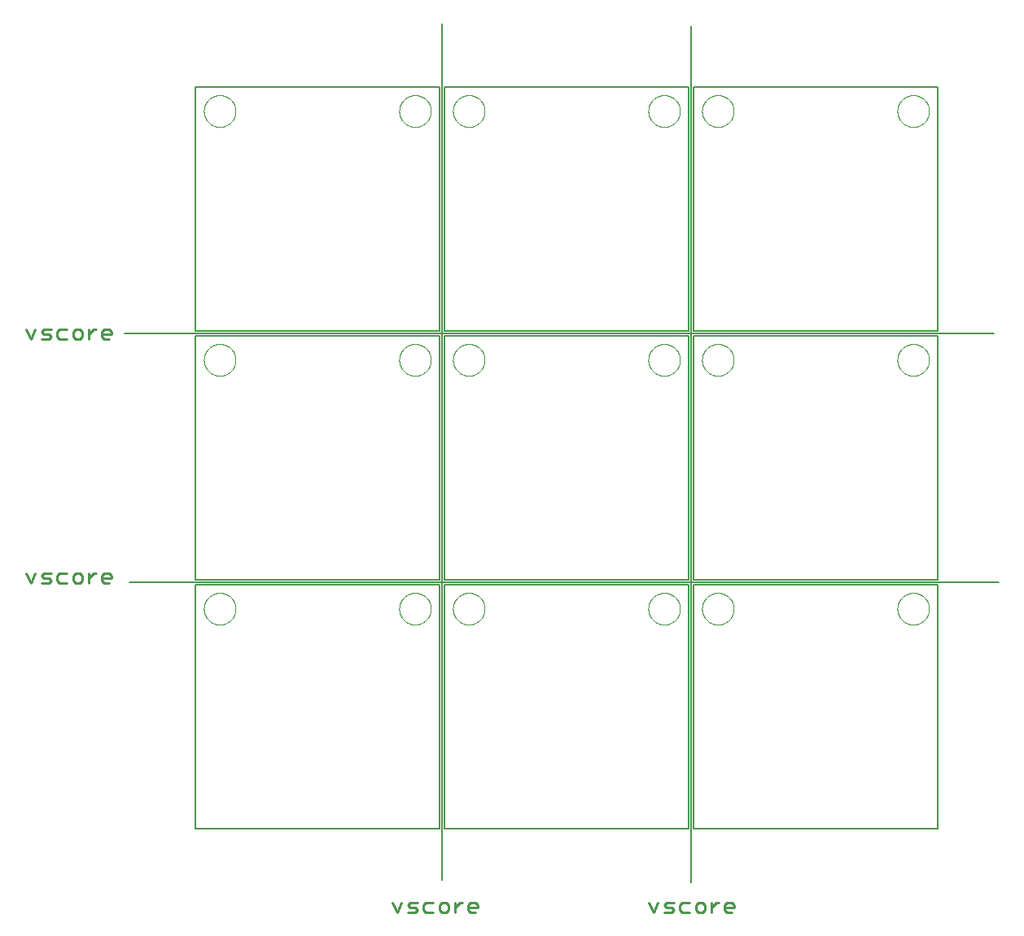
<source format=gko>
G75*
%MOIN*%
%OFA0B0*%
%FSLAX25Y25*%
%IPPOS*%
%LPD*%
%AMOC8*
5,1,8,0,0,1.08239X$1,22.5*
%
%ADD10C,0.00800*%
%ADD11C,0.01100*%
%ADD12C,0.00000*%
D10*
X0073333Y0038333D02*
X0173333Y0038333D01*
X0173333Y0138333D01*
X0073333Y0138333D01*
X0073333Y0038333D01*
X0175333Y0038333D02*
X0275333Y0038333D01*
X0275333Y0138333D01*
X0175333Y0138333D01*
X0175333Y0038333D01*
X0174333Y0017333D02*
X0174333Y0368333D01*
X0173333Y0342333D02*
X0173333Y0242333D01*
X0073333Y0242333D01*
X0073333Y0342333D01*
X0173333Y0342333D01*
X0175333Y0342333D02*
X0275333Y0342333D01*
X0275333Y0242333D01*
X0175333Y0242333D01*
X0175333Y0342333D01*
X0277333Y0342333D02*
X0377333Y0342333D01*
X0377333Y0242333D01*
X0277333Y0242333D01*
X0277333Y0342333D01*
X0276333Y0367333D02*
X0276333Y0016333D01*
X0277333Y0038333D02*
X0377333Y0038333D01*
X0377333Y0138333D01*
X0277333Y0138333D01*
X0277333Y0038333D01*
X0277333Y0140333D02*
X0377333Y0140333D01*
X0377333Y0240333D01*
X0277333Y0240333D01*
X0277333Y0140333D01*
X0275333Y0140333D02*
X0175333Y0140333D01*
X0175333Y0240333D01*
X0275333Y0240333D01*
X0275333Y0140333D01*
X0173333Y0140333D02*
X0073333Y0140333D01*
X0073333Y0240333D01*
X0173333Y0240333D01*
X0173333Y0140333D01*
X0046333Y0139333D02*
X0402333Y0139333D01*
X0400333Y0241333D02*
X0044333Y0241333D01*
D11*
X0038973Y0240852D02*
X0035037Y0240852D01*
X0035037Y0241836D02*
X0036021Y0242820D01*
X0037989Y0242820D01*
X0038973Y0241836D01*
X0038973Y0240852D01*
X0037989Y0238883D02*
X0036021Y0238883D01*
X0035037Y0239867D01*
X0035037Y0241836D01*
X0032618Y0242820D02*
X0031634Y0242820D01*
X0029665Y0240852D01*
X0029665Y0242820D02*
X0029665Y0238883D01*
X0027157Y0239867D02*
X0027157Y0241836D01*
X0026172Y0242820D01*
X0024204Y0242820D01*
X0023220Y0241836D01*
X0023220Y0239867D01*
X0024204Y0238883D01*
X0026172Y0238883D01*
X0027157Y0239867D01*
X0020711Y0238883D02*
X0017758Y0238883D01*
X0016774Y0239867D01*
X0016774Y0241836D01*
X0017758Y0242820D01*
X0020711Y0242820D01*
X0014266Y0242820D02*
X0011313Y0242820D01*
X0010329Y0241836D01*
X0011313Y0240852D01*
X0013281Y0240852D01*
X0014266Y0239867D01*
X0013281Y0238883D01*
X0010329Y0238883D01*
X0005852Y0238883D02*
X0007820Y0242820D01*
X0003883Y0242820D02*
X0005852Y0238883D01*
X0007820Y0142820D02*
X0005852Y0138883D01*
X0003883Y0142820D01*
X0010329Y0141836D02*
X0011313Y0142820D01*
X0014266Y0142820D01*
X0013281Y0140852D02*
X0011313Y0140852D01*
X0010329Y0141836D01*
X0010329Y0138883D02*
X0013281Y0138883D01*
X0014266Y0139867D01*
X0013281Y0140852D01*
X0016774Y0141836D02*
X0016774Y0139867D01*
X0017758Y0138883D01*
X0020711Y0138883D01*
X0023220Y0139867D02*
X0024204Y0138883D01*
X0026172Y0138883D01*
X0027157Y0139867D01*
X0027157Y0141836D01*
X0026172Y0142820D01*
X0024204Y0142820D01*
X0023220Y0141836D01*
X0023220Y0139867D01*
X0020711Y0142820D02*
X0017758Y0142820D01*
X0016774Y0141836D01*
X0029665Y0142820D02*
X0029665Y0138883D01*
X0029665Y0140852D02*
X0031634Y0142820D01*
X0032618Y0142820D01*
X0035037Y0141836D02*
X0036021Y0142820D01*
X0037989Y0142820D01*
X0038973Y0141836D01*
X0038973Y0140852D01*
X0035037Y0140852D01*
X0035037Y0141836D02*
X0035037Y0139867D01*
X0036021Y0138883D01*
X0037989Y0138883D01*
X0153883Y0007820D02*
X0155852Y0003883D01*
X0157820Y0007820D01*
X0160329Y0006836D02*
X0161313Y0007820D01*
X0164266Y0007820D01*
X0163281Y0005852D02*
X0161313Y0005852D01*
X0160329Y0006836D01*
X0160329Y0003883D02*
X0163281Y0003883D01*
X0164266Y0004867D01*
X0163281Y0005852D01*
X0166774Y0006836D02*
X0167758Y0007820D01*
X0170711Y0007820D01*
X0173220Y0006836D02*
X0173220Y0004867D01*
X0174204Y0003883D01*
X0176172Y0003883D01*
X0177157Y0004867D01*
X0177157Y0006836D01*
X0176172Y0007820D01*
X0174204Y0007820D01*
X0173220Y0006836D01*
X0170711Y0003883D02*
X0167758Y0003883D01*
X0166774Y0004867D01*
X0166774Y0006836D01*
X0179665Y0007820D02*
X0179665Y0003883D01*
X0179665Y0005852D02*
X0181634Y0007820D01*
X0182618Y0007820D01*
X0185037Y0006836D02*
X0186021Y0007820D01*
X0187989Y0007820D01*
X0188973Y0006836D01*
X0188973Y0005852D01*
X0185037Y0005852D01*
X0185037Y0006836D02*
X0185037Y0004867D01*
X0186021Y0003883D01*
X0187989Y0003883D01*
X0258883Y0007820D02*
X0260852Y0003883D01*
X0262820Y0007820D01*
X0265329Y0006836D02*
X0266313Y0007820D01*
X0269266Y0007820D01*
X0268281Y0005852D02*
X0266313Y0005852D01*
X0265329Y0006836D01*
X0265329Y0003883D02*
X0268281Y0003883D01*
X0269266Y0004867D01*
X0268281Y0005852D01*
X0271774Y0006836D02*
X0272758Y0007820D01*
X0275711Y0007820D01*
X0278220Y0006836D02*
X0278220Y0004867D01*
X0279204Y0003883D01*
X0281172Y0003883D01*
X0282157Y0004867D01*
X0282157Y0006836D01*
X0281172Y0007820D01*
X0279204Y0007820D01*
X0278220Y0006836D01*
X0275711Y0003883D02*
X0272758Y0003883D01*
X0271774Y0004867D01*
X0271774Y0006836D01*
X0284665Y0007820D02*
X0284665Y0003883D01*
X0284665Y0005852D02*
X0286634Y0007820D01*
X0287618Y0007820D01*
X0290037Y0006836D02*
X0291021Y0007820D01*
X0292989Y0007820D01*
X0293973Y0006836D01*
X0293973Y0005852D01*
X0290037Y0005852D01*
X0290037Y0006836D02*
X0290037Y0004867D01*
X0291021Y0003883D01*
X0292989Y0003883D01*
D12*
X0280833Y0128333D02*
X0280835Y0128494D01*
X0280841Y0128654D01*
X0280851Y0128815D01*
X0280865Y0128975D01*
X0280883Y0129135D01*
X0280904Y0129294D01*
X0280930Y0129453D01*
X0280960Y0129611D01*
X0280993Y0129768D01*
X0281031Y0129925D01*
X0281072Y0130080D01*
X0281117Y0130234D01*
X0281166Y0130387D01*
X0281219Y0130539D01*
X0281275Y0130690D01*
X0281336Y0130839D01*
X0281399Y0130987D01*
X0281467Y0131133D01*
X0281538Y0131277D01*
X0281612Y0131419D01*
X0281690Y0131560D01*
X0281772Y0131698D01*
X0281857Y0131835D01*
X0281945Y0131969D01*
X0282037Y0132101D01*
X0282132Y0132231D01*
X0282230Y0132359D01*
X0282331Y0132484D01*
X0282435Y0132606D01*
X0282542Y0132726D01*
X0282652Y0132843D01*
X0282765Y0132958D01*
X0282881Y0133069D01*
X0283000Y0133178D01*
X0283121Y0133283D01*
X0283245Y0133386D01*
X0283371Y0133486D01*
X0283499Y0133582D01*
X0283630Y0133675D01*
X0283764Y0133765D01*
X0283899Y0133852D01*
X0284037Y0133935D01*
X0284176Y0134015D01*
X0284318Y0134091D01*
X0284461Y0134164D01*
X0284606Y0134233D01*
X0284753Y0134299D01*
X0284901Y0134361D01*
X0285051Y0134419D01*
X0285202Y0134474D01*
X0285355Y0134525D01*
X0285509Y0134572D01*
X0285664Y0134615D01*
X0285820Y0134654D01*
X0285976Y0134690D01*
X0286134Y0134721D01*
X0286292Y0134749D01*
X0286451Y0134773D01*
X0286611Y0134793D01*
X0286771Y0134809D01*
X0286931Y0134821D01*
X0287092Y0134829D01*
X0287253Y0134833D01*
X0287413Y0134833D01*
X0287574Y0134829D01*
X0287735Y0134821D01*
X0287895Y0134809D01*
X0288055Y0134793D01*
X0288215Y0134773D01*
X0288374Y0134749D01*
X0288532Y0134721D01*
X0288690Y0134690D01*
X0288846Y0134654D01*
X0289002Y0134615D01*
X0289157Y0134572D01*
X0289311Y0134525D01*
X0289464Y0134474D01*
X0289615Y0134419D01*
X0289765Y0134361D01*
X0289913Y0134299D01*
X0290060Y0134233D01*
X0290205Y0134164D01*
X0290348Y0134091D01*
X0290490Y0134015D01*
X0290629Y0133935D01*
X0290767Y0133852D01*
X0290902Y0133765D01*
X0291036Y0133675D01*
X0291167Y0133582D01*
X0291295Y0133486D01*
X0291421Y0133386D01*
X0291545Y0133283D01*
X0291666Y0133178D01*
X0291785Y0133069D01*
X0291901Y0132958D01*
X0292014Y0132843D01*
X0292124Y0132726D01*
X0292231Y0132606D01*
X0292335Y0132484D01*
X0292436Y0132359D01*
X0292534Y0132231D01*
X0292629Y0132101D01*
X0292721Y0131969D01*
X0292809Y0131835D01*
X0292894Y0131698D01*
X0292976Y0131560D01*
X0293054Y0131419D01*
X0293128Y0131277D01*
X0293199Y0131133D01*
X0293267Y0130987D01*
X0293330Y0130839D01*
X0293391Y0130690D01*
X0293447Y0130539D01*
X0293500Y0130387D01*
X0293549Y0130234D01*
X0293594Y0130080D01*
X0293635Y0129925D01*
X0293673Y0129768D01*
X0293706Y0129611D01*
X0293736Y0129453D01*
X0293762Y0129294D01*
X0293783Y0129135D01*
X0293801Y0128975D01*
X0293815Y0128815D01*
X0293825Y0128654D01*
X0293831Y0128494D01*
X0293833Y0128333D01*
X0293831Y0128172D01*
X0293825Y0128012D01*
X0293815Y0127851D01*
X0293801Y0127691D01*
X0293783Y0127531D01*
X0293762Y0127372D01*
X0293736Y0127213D01*
X0293706Y0127055D01*
X0293673Y0126898D01*
X0293635Y0126741D01*
X0293594Y0126586D01*
X0293549Y0126432D01*
X0293500Y0126279D01*
X0293447Y0126127D01*
X0293391Y0125976D01*
X0293330Y0125827D01*
X0293267Y0125679D01*
X0293199Y0125533D01*
X0293128Y0125389D01*
X0293054Y0125247D01*
X0292976Y0125106D01*
X0292894Y0124968D01*
X0292809Y0124831D01*
X0292721Y0124697D01*
X0292629Y0124565D01*
X0292534Y0124435D01*
X0292436Y0124307D01*
X0292335Y0124182D01*
X0292231Y0124060D01*
X0292124Y0123940D01*
X0292014Y0123823D01*
X0291901Y0123708D01*
X0291785Y0123597D01*
X0291666Y0123488D01*
X0291545Y0123383D01*
X0291421Y0123280D01*
X0291295Y0123180D01*
X0291167Y0123084D01*
X0291036Y0122991D01*
X0290902Y0122901D01*
X0290767Y0122814D01*
X0290629Y0122731D01*
X0290490Y0122651D01*
X0290348Y0122575D01*
X0290205Y0122502D01*
X0290060Y0122433D01*
X0289913Y0122367D01*
X0289765Y0122305D01*
X0289615Y0122247D01*
X0289464Y0122192D01*
X0289311Y0122141D01*
X0289157Y0122094D01*
X0289002Y0122051D01*
X0288846Y0122012D01*
X0288690Y0121976D01*
X0288532Y0121945D01*
X0288374Y0121917D01*
X0288215Y0121893D01*
X0288055Y0121873D01*
X0287895Y0121857D01*
X0287735Y0121845D01*
X0287574Y0121837D01*
X0287413Y0121833D01*
X0287253Y0121833D01*
X0287092Y0121837D01*
X0286931Y0121845D01*
X0286771Y0121857D01*
X0286611Y0121873D01*
X0286451Y0121893D01*
X0286292Y0121917D01*
X0286134Y0121945D01*
X0285976Y0121976D01*
X0285820Y0122012D01*
X0285664Y0122051D01*
X0285509Y0122094D01*
X0285355Y0122141D01*
X0285202Y0122192D01*
X0285051Y0122247D01*
X0284901Y0122305D01*
X0284753Y0122367D01*
X0284606Y0122433D01*
X0284461Y0122502D01*
X0284318Y0122575D01*
X0284176Y0122651D01*
X0284037Y0122731D01*
X0283899Y0122814D01*
X0283764Y0122901D01*
X0283630Y0122991D01*
X0283499Y0123084D01*
X0283371Y0123180D01*
X0283245Y0123280D01*
X0283121Y0123383D01*
X0283000Y0123488D01*
X0282881Y0123597D01*
X0282765Y0123708D01*
X0282652Y0123823D01*
X0282542Y0123940D01*
X0282435Y0124060D01*
X0282331Y0124182D01*
X0282230Y0124307D01*
X0282132Y0124435D01*
X0282037Y0124565D01*
X0281945Y0124697D01*
X0281857Y0124831D01*
X0281772Y0124968D01*
X0281690Y0125106D01*
X0281612Y0125247D01*
X0281538Y0125389D01*
X0281467Y0125533D01*
X0281399Y0125679D01*
X0281336Y0125827D01*
X0281275Y0125976D01*
X0281219Y0126127D01*
X0281166Y0126279D01*
X0281117Y0126432D01*
X0281072Y0126586D01*
X0281031Y0126741D01*
X0280993Y0126898D01*
X0280960Y0127055D01*
X0280930Y0127213D01*
X0280904Y0127372D01*
X0280883Y0127531D01*
X0280865Y0127691D01*
X0280851Y0127851D01*
X0280841Y0128012D01*
X0280835Y0128172D01*
X0280833Y0128333D01*
X0258833Y0128333D02*
X0258835Y0128494D01*
X0258841Y0128654D01*
X0258851Y0128815D01*
X0258865Y0128975D01*
X0258883Y0129135D01*
X0258904Y0129294D01*
X0258930Y0129453D01*
X0258960Y0129611D01*
X0258993Y0129768D01*
X0259031Y0129925D01*
X0259072Y0130080D01*
X0259117Y0130234D01*
X0259166Y0130387D01*
X0259219Y0130539D01*
X0259275Y0130690D01*
X0259336Y0130839D01*
X0259399Y0130987D01*
X0259467Y0131133D01*
X0259538Y0131277D01*
X0259612Y0131419D01*
X0259690Y0131560D01*
X0259772Y0131698D01*
X0259857Y0131835D01*
X0259945Y0131969D01*
X0260037Y0132101D01*
X0260132Y0132231D01*
X0260230Y0132359D01*
X0260331Y0132484D01*
X0260435Y0132606D01*
X0260542Y0132726D01*
X0260652Y0132843D01*
X0260765Y0132958D01*
X0260881Y0133069D01*
X0261000Y0133178D01*
X0261121Y0133283D01*
X0261245Y0133386D01*
X0261371Y0133486D01*
X0261499Y0133582D01*
X0261630Y0133675D01*
X0261764Y0133765D01*
X0261899Y0133852D01*
X0262037Y0133935D01*
X0262176Y0134015D01*
X0262318Y0134091D01*
X0262461Y0134164D01*
X0262606Y0134233D01*
X0262753Y0134299D01*
X0262901Y0134361D01*
X0263051Y0134419D01*
X0263202Y0134474D01*
X0263355Y0134525D01*
X0263509Y0134572D01*
X0263664Y0134615D01*
X0263820Y0134654D01*
X0263976Y0134690D01*
X0264134Y0134721D01*
X0264292Y0134749D01*
X0264451Y0134773D01*
X0264611Y0134793D01*
X0264771Y0134809D01*
X0264931Y0134821D01*
X0265092Y0134829D01*
X0265253Y0134833D01*
X0265413Y0134833D01*
X0265574Y0134829D01*
X0265735Y0134821D01*
X0265895Y0134809D01*
X0266055Y0134793D01*
X0266215Y0134773D01*
X0266374Y0134749D01*
X0266532Y0134721D01*
X0266690Y0134690D01*
X0266846Y0134654D01*
X0267002Y0134615D01*
X0267157Y0134572D01*
X0267311Y0134525D01*
X0267464Y0134474D01*
X0267615Y0134419D01*
X0267765Y0134361D01*
X0267913Y0134299D01*
X0268060Y0134233D01*
X0268205Y0134164D01*
X0268348Y0134091D01*
X0268490Y0134015D01*
X0268629Y0133935D01*
X0268767Y0133852D01*
X0268902Y0133765D01*
X0269036Y0133675D01*
X0269167Y0133582D01*
X0269295Y0133486D01*
X0269421Y0133386D01*
X0269545Y0133283D01*
X0269666Y0133178D01*
X0269785Y0133069D01*
X0269901Y0132958D01*
X0270014Y0132843D01*
X0270124Y0132726D01*
X0270231Y0132606D01*
X0270335Y0132484D01*
X0270436Y0132359D01*
X0270534Y0132231D01*
X0270629Y0132101D01*
X0270721Y0131969D01*
X0270809Y0131835D01*
X0270894Y0131698D01*
X0270976Y0131560D01*
X0271054Y0131419D01*
X0271128Y0131277D01*
X0271199Y0131133D01*
X0271267Y0130987D01*
X0271330Y0130839D01*
X0271391Y0130690D01*
X0271447Y0130539D01*
X0271500Y0130387D01*
X0271549Y0130234D01*
X0271594Y0130080D01*
X0271635Y0129925D01*
X0271673Y0129768D01*
X0271706Y0129611D01*
X0271736Y0129453D01*
X0271762Y0129294D01*
X0271783Y0129135D01*
X0271801Y0128975D01*
X0271815Y0128815D01*
X0271825Y0128654D01*
X0271831Y0128494D01*
X0271833Y0128333D01*
X0271831Y0128172D01*
X0271825Y0128012D01*
X0271815Y0127851D01*
X0271801Y0127691D01*
X0271783Y0127531D01*
X0271762Y0127372D01*
X0271736Y0127213D01*
X0271706Y0127055D01*
X0271673Y0126898D01*
X0271635Y0126741D01*
X0271594Y0126586D01*
X0271549Y0126432D01*
X0271500Y0126279D01*
X0271447Y0126127D01*
X0271391Y0125976D01*
X0271330Y0125827D01*
X0271267Y0125679D01*
X0271199Y0125533D01*
X0271128Y0125389D01*
X0271054Y0125247D01*
X0270976Y0125106D01*
X0270894Y0124968D01*
X0270809Y0124831D01*
X0270721Y0124697D01*
X0270629Y0124565D01*
X0270534Y0124435D01*
X0270436Y0124307D01*
X0270335Y0124182D01*
X0270231Y0124060D01*
X0270124Y0123940D01*
X0270014Y0123823D01*
X0269901Y0123708D01*
X0269785Y0123597D01*
X0269666Y0123488D01*
X0269545Y0123383D01*
X0269421Y0123280D01*
X0269295Y0123180D01*
X0269167Y0123084D01*
X0269036Y0122991D01*
X0268902Y0122901D01*
X0268767Y0122814D01*
X0268629Y0122731D01*
X0268490Y0122651D01*
X0268348Y0122575D01*
X0268205Y0122502D01*
X0268060Y0122433D01*
X0267913Y0122367D01*
X0267765Y0122305D01*
X0267615Y0122247D01*
X0267464Y0122192D01*
X0267311Y0122141D01*
X0267157Y0122094D01*
X0267002Y0122051D01*
X0266846Y0122012D01*
X0266690Y0121976D01*
X0266532Y0121945D01*
X0266374Y0121917D01*
X0266215Y0121893D01*
X0266055Y0121873D01*
X0265895Y0121857D01*
X0265735Y0121845D01*
X0265574Y0121837D01*
X0265413Y0121833D01*
X0265253Y0121833D01*
X0265092Y0121837D01*
X0264931Y0121845D01*
X0264771Y0121857D01*
X0264611Y0121873D01*
X0264451Y0121893D01*
X0264292Y0121917D01*
X0264134Y0121945D01*
X0263976Y0121976D01*
X0263820Y0122012D01*
X0263664Y0122051D01*
X0263509Y0122094D01*
X0263355Y0122141D01*
X0263202Y0122192D01*
X0263051Y0122247D01*
X0262901Y0122305D01*
X0262753Y0122367D01*
X0262606Y0122433D01*
X0262461Y0122502D01*
X0262318Y0122575D01*
X0262176Y0122651D01*
X0262037Y0122731D01*
X0261899Y0122814D01*
X0261764Y0122901D01*
X0261630Y0122991D01*
X0261499Y0123084D01*
X0261371Y0123180D01*
X0261245Y0123280D01*
X0261121Y0123383D01*
X0261000Y0123488D01*
X0260881Y0123597D01*
X0260765Y0123708D01*
X0260652Y0123823D01*
X0260542Y0123940D01*
X0260435Y0124060D01*
X0260331Y0124182D01*
X0260230Y0124307D01*
X0260132Y0124435D01*
X0260037Y0124565D01*
X0259945Y0124697D01*
X0259857Y0124831D01*
X0259772Y0124968D01*
X0259690Y0125106D01*
X0259612Y0125247D01*
X0259538Y0125389D01*
X0259467Y0125533D01*
X0259399Y0125679D01*
X0259336Y0125827D01*
X0259275Y0125976D01*
X0259219Y0126127D01*
X0259166Y0126279D01*
X0259117Y0126432D01*
X0259072Y0126586D01*
X0259031Y0126741D01*
X0258993Y0126898D01*
X0258960Y0127055D01*
X0258930Y0127213D01*
X0258904Y0127372D01*
X0258883Y0127531D01*
X0258865Y0127691D01*
X0258851Y0127851D01*
X0258841Y0128012D01*
X0258835Y0128172D01*
X0258833Y0128333D01*
X0178833Y0128333D02*
X0178835Y0128494D01*
X0178841Y0128654D01*
X0178851Y0128815D01*
X0178865Y0128975D01*
X0178883Y0129135D01*
X0178904Y0129294D01*
X0178930Y0129453D01*
X0178960Y0129611D01*
X0178993Y0129768D01*
X0179031Y0129925D01*
X0179072Y0130080D01*
X0179117Y0130234D01*
X0179166Y0130387D01*
X0179219Y0130539D01*
X0179275Y0130690D01*
X0179336Y0130839D01*
X0179399Y0130987D01*
X0179467Y0131133D01*
X0179538Y0131277D01*
X0179612Y0131419D01*
X0179690Y0131560D01*
X0179772Y0131698D01*
X0179857Y0131835D01*
X0179945Y0131969D01*
X0180037Y0132101D01*
X0180132Y0132231D01*
X0180230Y0132359D01*
X0180331Y0132484D01*
X0180435Y0132606D01*
X0180542Y0132726D01*
X0180652Y0132843D01*
X0180765Y0132958D01*
X0180881Y0133069D01*
X0181000Y0133178D01*
X0181121Y0133283D01*
X0181245Y0133386D01*
X0181371Y0133486D01*
X0181499Y0133582D01*
X0181630Y0133675D01*
X0181764Y0133765D01*
X0181899Y0133852D01*
X0182037Y0133935D01*
X0182176Y0134015D01*
X0182318Y0134091D01*
X0182461Y0134164D01*
X0182606Y0134233D01*
X0182753Y0134299D01*
X0182901Y0134361D01*
X0183051Y0134419D01*
X0183202Y0134474D01*
X0183355Y0134525D01*
X0183509Y0134572D01*
X0183664Y0134615D01*
X0183820Y0134654D01*
X0183976Y0134690D01*
X0184134Y0134721D01*
X0184292Y0134749D01*
X0184451Y0134773D01*
X0184611Y0134793D01*
X0184771Y0134809D01*
X0184931Y0134821D01*
X0185092Y0134829D01*
X0185253Y0134833D01*
X0185413Y0134833D01*
X0185574Y0134829D01*
X0185735Y0134821D01*
X0185895Y0134809D01*
X0186055Y0134793D01*
X0186215Y0134773D01*
X0186374Y0134749D01*
X0186532Y0134721D01*
X0186690Y0134690D01*
X0186846Y0134654D01*
X0187002Y0134615D01*
X0187157Y0134572D01*
X0187311Y0134525D01*
X0187464Y0134474D01*
X0187615Y0134419D01*
X0187765Y0134361D01*
X0187913Y0134299D01*
X0188060Y0134233D01*
X0188205Y0134164D01*
X0188348Y0134091D01*
X0188490Y0134015D01*
X0188629Y0133935D01*
X0188767Y0133852D01*
X0188902Y0133765D01*
X0189036Y0133675D01*
X0189167Y0133582D01*
X0189295Y0133486D01*
X0189421Y0133386D01*
X0189545Y0133283D01*
X0189666Y0133178D01*
X0189785Y0133069D01*
X0189901Y0132958D01*
X0190014Y0132843D01*
X0190124Y0132726D01*
X0190231Y0132606D01*
X0190335Y0132484D01*
X0190436Y0132359D01*
X0190534Y0132231D01*
X0190629Y0132101D01*
X0190721Y0131969D01*
X0190809Y0131835D01*
X0190894Y0131698D01*
X0190976Y0131560D01*
X0191054Y0131419D01*
X0191128Y0131277D01*
X0191199Y0131133D01*
X0191267Y0130987D01*
X0191330Y0130839D01*
X0191391Y0130690D01*
X0191447Y0130539D01*
X0191500Y0130387D01*
X0191549Y0130234D01*
X0191594Y0130080D01*
X0191635Y0129925D01*
X0191673Y0129768D01*
X0191706Y0129611D01*
X0191736Y0129453D01*
X0191762Y0129294D01*
X0191783Y0129135D01*
X0191801Y0128975D01*
X0191815Y0128815D01*
X0191825Y0128654D01*
X0191831Y0128494D01*
X0191833Y0128333D01*
X0191831Y0128172D01*
X0191825Y0128012D01*
X0191815Y0127851D01*
X0191801Y0127691D01*
X0191783Y0127531D01*
X0191762Y0127372D01*
X0191736Y0127213D01*
X0191706Y0127055D01*
X0191673Y0126898D01*
X0191635Y0126741D01*
X0191594Y0126586D01*
X0191549Y0126432D01*
X0191500Y0126279D01*
X0191447Y0126127D01*
X0191391Y0125976D01*
X0191330Y0125827D01*
X0191267Y0125679D01*
X0191199Y0125533D01*
X0191128Y0125389D01*
X0191054Y0125247D01*
X0190976Y0125106D01*
X0190894Y0124968D01*
X0190809Y0124831D01*
X0190721Y0124697D01*
X0190629Y0124565D01*
X0190534Y0124435D01*
X0190436Y0124307D01*
X0190335Y0124182D01*
X0190231Y0124060D01*
X0190124Y0123940D01*
X0190014Y0123823D01*
X0189901Y0123708D01*
X0189785Y0123597D01*
X0189666Y0123488D01*
X0189545Y0123383D01*
X0189421Y0123280D01*
X0189295Y0123180D01*
X0189167Y0123084D01*
X0189036Y0122991D01*
X0188902Y0122901D01*
X0188767Y0122814D01*
X0188629Y0122731D01*
X0188490Y0122651D01*
X0188348Y0122575D01*
X0188205Y0122502D01*
X0188060Y0122433D01*
X0187913Y0122367D01*
X0187765Y0122305D01*
X0187615Y0122247D01*
X0187464Y0122192D01*
X0187311Y0122141D01*
X0187157Y0122094D01*
X0187002Y0122051D01*
X0186846Y0122012D01*
X0186690Y0121976D01*
X0186532Y0121945D01*
X0186374Y0121917D01*
X0186215Y0121893D01*
X0186055Y0121873D01*
X0185895Y0121857D01*
X0185735Y0121845D01*
X0185574Y0121837D01*
X0185413Y0121833D01*
X0185253Y0121833D01*
X0185092Y0121837D01*
X0184931Y0121845D01*
X0184771Y0121857D01*
X0184611Y0121873D01*
X0184451Y0121893D01*
X0184292Y0121917D01*
X0184134Y0121945D01*
X0183976Y0121976D01*
X0183820Y0122012D01*
X0183664Y0122051D01*
X0183509Y0122094D01*
X0183355Y0122141D01*
X0183202Y0122192D01*
X0183051Y0122247D01*
X0182901Y0122305D01*
X0182753Y0122367D01*
X0182606Y0122433D01*
X0182461Y0122502D01*
X0182318Y0122575D01*
X0182176Y0122651D01*
X0182037Y0122731D01*
X0181899Y0122814D01*
X0181764Y0122901D01*
X0181630Y0122991D01*
X0181499Y0123084D01*
X0181371Y0123180D01*
X0181245Y0123280D01*
X0181121Y0123383D01*
X0181000Y0123488D01*
X0180881Y0123597D01*
X0180765Y0123708D01*
X0180652Y0123823D01*
X0180542Y0123940D01*
X0180435Y0124060D01*
X0180331Y0124182D01*
X0180230Y0124307D01*
X0180132Y0124435D01*
X0180037Y0124565D01*
X0179945Y0124697D01*
X0179857Y0124831D01*
X0179772Y0124968D01*
X0179690Y0125106D01*
X0179612Y0125247D01*
X0179538Y0125389D01*
X0179467Y0125533D01*
X0179399Y0125679D01*
X0179336Y0125827D01*
X0179275Y0125976D01*
X0179219Y0126127D01*
X0179166Y0126279D01*
X0179117Y0126432D01*
X0179072Y0126586D01*
X0179031Y0126741D01*
X0178993Y0126898D01*
X0178960Y0127055D01*
X0178930Y0127213D01*
X0178904Y0127372D01*
X0178883Y0127531D01*
X0178865Y0127691D01*
X0178851Y0127851D01*
X0178841Y0128012D01*
X0178835Y0128172D01*
X0178833Y0128333D01*
X0156833Y0128333D02*
X0156835Y0128494D01*
X0156841Y0128654D01*
X0156851Y0128815D01*
X0156865Y0128975D01*
X0156883Y0129135D01*
X0156904Y0129294D01*
X0156930Y0129453D01*
X0156960Y0129611D01*
X0156993Y0129768D01*
X0157031Y0129925D01*
X0157072Y0130080D01*
X0157117Y0130234D01*
X0157166Y0130387D01*
X0157219Y0130539D01*
X0157275Y0130690D01*
X0157336Y0130839D01*
X0157399Y0130987D01*
X0157467Y0131133D01*
X0157538Y0131277D01*
X0157612Y0131419D01*
X0157690Y0131560D01*
X0157772Y0131698D01*
X0157857Y0131835D01*
X0157945Y0131969D01*
X0158037Y0132101D01*
X0158132Y0132231D01*
X0158230Y0132359D01*
X0158331Y0132484D01*
X0158435Y0132606D01*
X0158542Y0132726D01*
X0158652Y0132843D01*
X0158765Y0132958D01*
X0158881Y0133069D01*
X0159000Y0133178D01*
X0159121Y0133283D01*
X0159245Y0133386D01*
X0159371Y0133486D01*
X0159499Y0133582D01*
X0159630Y0133675D01*
X0159764Y0133765D01*
X0159899Y0133852D01*
X0160037Y0133935D01*
X0160176Y0134015D01*
X0160318Y0134091D01*
X0160461Y0134164D01*
X0160606Y0134233D01*
X0160753Y0134299D01*
X0160901Y0134361D01*
X0161051Y0134419D01*
X0161202Y0134474D01*
X0161355Y0134525D01*
X0161509Y0134572D01*
X0161664Y0134615D01*
X0161820Y0134654D01*
X0161976Y0134690D01*
X0162134Y0134721D01*
X0162292Y0134749D01*
X0162451Y0134773D01*
X0162611Y0134793D01*
X0162771Y0134809D01*
X0162931Y0134821D01*
X0163092Y0134829D01*
X0163253Y0134833D01*
X0163413Y0134833D01*
X0163574Y0134829D01*
X0163735Y0134821D01*
X0163895Y0134809D01*
X0164055Y0134793D01*
X0164215Y0134773D01*
X0164374Y0134749D01*
X0164532Y0134721D01*
X0164690Y0134690D01*
X0164846Y0134654D01*
X0165002Y0134615D01*
X0165157Y0134572D01*
X0165311Y0134525D01*
X0165464Y0134474D01*
X0165615Y0134419D01*
X0165765Y0134361D01*
X0165913Y0134299D01*
X0166060Y0134233D01*
X0166205Y0134164D01*
X0166348Y0134091D01*
X0166490Y0134015D01*
X0166629Y0133935D01*
X0166767Y0133852D01*
X0166902Y0133765D01*
X0167036Y0133675D01*
X0167167Y0133582D01*
X0167295Y0133486D01*
X0167421Y0133386D01*
X0167545Y0133283D01*
X0167666Y0133178D01*
X0167785Y0133069D01*
X0167901Y0132958D01*
X0168014Y0132843D01*
X0168124Y0132726D01*
X0168231Y0132606D01*
X0168335Y0132484D01*
X0168436Y0132359D01*
X0168534Y0132231D01*
X0168629Y0132101D01*
X0168721Y0131969D01*
X0168809Y0131835D01*
X0168894Y0131698D01*
X0168976Y0131560D01*
X0169054Y0131419D01*
X0169128Y0131277D01*
X0169199Y0131133D01*
X0169267Y0130987D01*
X0169330Y0130839D01*
X0169391Y0130690D01*
X0169447Y0130539D01*
X0169500Y0130387D01*
X0169549Y0130234D01*
X0169594Y0130080D01*
X0169635Y0129925D01*
X0169673Y0129768D01*
X0169706Y0129611D01*
X0169736Y0129453D01*
X0169762Y0129294D01*
X0169783Y0129135D01*
X0169801Y0128975D01*
X0169815Y0128815D01*
X0169825Y0128654D01*
X0169831Y0128494D01*
X0169833Y0128333D01*
X0169831Y0128172D01*
X0169825Y0128012D01*
X0169815Y0127851D01*
X0169801Y0127691D01*
X0169783Y0127531D01*
X0169762Y0127372D01*
X0169736Y0127213D01*
X0169706Y0127055D01*
X0169673Y0126898D01*
X0169635Y0126741D01*
X0169594Y0126586D01*
X0169549Y0126432D01*
X0169500Y0126279D01*
X0169447Y0126127D01*
X0169391Y0125976D01*
X0169330Y0125827D01*
X0169267Y0125679D01*
X0169199Y0125533D01*
X0169128Y0125389D01*
X0169054Y0125247D01*
X0168976Y0125106D01*
X0168894Y0124968D01*
X0168809Y0124831D01*
X0168721Y0124697D01*
X0168629Y0124565D01*
X0168534Y0124435D01*
X0168436Y0124307D01*
X0168335Y0124182D01*
X0168231Y0124060D01*
X0168124Y0123940D01*
X0168014Y0123823D01*
X0167901Y0123708D01*
X0167785Y0123597D01*
X0167666Y0123488D01*
X0167545Y0123383D01*
X0167421Y0123280D01*
X0167295Y0123180D01*
X0167167Y0123084D01*
X0167036Y0122991D01*
X0166902Y0122901D01*
X0166767Y0122814D01*
X0166629Y0122731D01*
X0166490Y0122651D01*
X0166348Y0122575D01*
X0166205Y0122502D01*
X0166060Y0122433D01*
X0165913Y0122367D01*
X0165765Y0122305D01*
X0165615Y0122247D01*
X0165464Y0122192D01*
X0165311Y0122141D01*
X0165157Y0122094D01*
X0165002Y0122051D01*
X0164846Y0122012D01*
X0164690Y0121976D01*
X0164532Y0121945D01*
X0164374Y0121917D01*
X0164215Y0121893D01*
X0164055Y0121873D01*
X0163895Y0121857D01*
X0163735Y0121845D01*
X0163574Y0121837D01*
X0163413Y0121833D01*
X0163253Y0121833D01*
X0163092Y0121837D01*
X0162931Y0121845D01*
X0162771Y0121857D01*
X0162611Y0121873D01*
X0162451Y0121893D01*
X0162292Y0121917D01*
X0162134Y0121945D01*
X0161976Y0121976D01*
X0161820Y0122012D01*
X0161664Y0122051D01*
X0161509Y0122094D01*
X0161355Y0122141D01*
X0161202Y0122192D01*
X0161051Y0122247D01*
X0160901Y0122305D01*
X0160753Y0122367D01*
X0160606Y0122433D01*
X0160461Y0122502D01*
X0160318Y0122575D01*
X0160176Y0122651D01*
X0160037Y0122731D01*
X0159899Y0122814D01*
X0159764Y0122901D01*
X0159630Y0122991D01*
X0159499Y0123084D01*
X0159371Y0123180D01*
X0159245Y0123280D01*
X0159121Y0123383D01*
X0159000Y0123488D01*
X0158881Y0123597D01*
X0158765Y0123708D01*
X0158652Y0123823D01*
X0158542Y0123940D01*
X0158435Y0124060D01*
X0158331Y0124182D01*
X0158230Y0124307D01*
X0158132Y0124435D01*
X0158037Y0124565D01*
X0157945Y0124697D01*
X0157857Y0124831D01*
X0157772Y0124968D01*
X0157690Y0125106D01*
X0157612Y0125247D01*
X0157538Y0125389D01*
X0157467Y0125533D01*
X0157399Y0125679D01*
X0157336Y0125827D01*
X0157275Y0125976D01*
X0157219Y0126127D01*
X0157166Y0126279D01*
X0157117Y0126432D01*
X0157072Y0126586D01*
X0157031Y0126741D01*
X0156993Y0126898D01*
X0156960Y0127055D01*
X0156930Y0127213D01*
X0156904Y0127372D01*
X0156883Y0127531D01*
X0156865Y0127691D01*
X0156851Y0127851D01*
X0156841Y0128012D01*
X0156835Y0128172D01*
X0156833Y0128333D01*
X0076833Y0128333D02*
X0076835Y0128494D01*
X0076841Y0128654D01*
X0076851Y0128815D01*
X0076865Y0128975D01*
X0076883Y0129135D01*
X0076904Y0129294D01*
X0076930Y0129453D01*
X0076960Y0129611D01*
X0076993Y0129768D01*
X0077031Y0129925D01*
X0077072Y0130080D01*
X0077117Y0130234D01*
X0077166Y0130387D01*
X0077219Y0130539D01*
X0077275Y0130690D01*
X0077336Y0130839D01*
X0077399Y0130987D01*
X0077467Y0131133D01*
X0077538Y0131277D01*
X0077612Y0131419D01*
X0077690Y0131560D01*
X0077772Y0131698D01*
X0077857Y0131835D01*
X0077945Y0131969D01*
X0078037Y0132101D01*
X0078132Y0132231D01*
X0078230Y0132359D01*
X0078331Y0132484D01*
X0078435Y0132606D01*
X0078542Y0132726D01*
X0078652Y0132843D01*
X0078765Y0132958D01*
X0078881Y0133069D01*
X0079000Y0133178D01*
X0079121Y0133283D01*
X0079245Y0133386D01*
X0079371Y0133486D01*
X0079499Y0133582D01*
X0079630Y0133675D01*
X0079764Y0133765D01*
X0079899Y0133852D01*
X0080037Y0133935D01*
X0080176Y0134015D01*
X0080318Y0134091D01*
X0080461Y0134164D01*
X0080606Y0134233D01*
X0080753Y0134299D01*
X0080901Y0134361D01*
X0081051Y0134419D01*
X0081202Y0134474D01*
X0081355Y0134525D01*
X0081509Y0134572D01*
X0081664Y0134615D01*
X0081820Y0134654D01*
X0081976Y0134690D01*
X0082134Y0134721D01*
X0082292Y0134749D01*
X0082451Y0134773D01*
X0082611Y0134793D01*
X0082771Y0134809D01*
X0082931Y0134821D01*
X0083092Y0134829D01*
X0083253Y0134833D01*
X0083413Y0134833D01*
X0083574Y0134829D01*
X0083735Y0134821D01*
X0083895Y0134809D01*
X0084055Y0134793D01*
X0084215Y0134773D01*
X0084374Y0134749D01*
X0084532Y0134721D01*
X0084690Y0134690D01*
X0084846Y0134654D01*
X0085002Y0134615D01*
X0085157Y0134572D01*
X0085311Y0134525D01*
X0085464Y0134474D01*
X0085615Y0134419D01*
X0085765Y0134361D01*
X0085913Y0134299D01*
X0086060Y0134233D01*
X0086205Y0134164D01*
X0086348Y0134091D01*
X0086490Y0134015D01*
X0086629Y0133935D01*
X0086767Y0133852D01*
X0086902Y0133765D01*
X0087036Y0133675D01*
X0087167Y0133582D01*
X0087295Y0133486D01*
X0087421Y0133386D01*
X0087545Y0133283D01*
X0087666Y0133178D01*
X0087785Y0133069D01*
X0087901Y0132958D01*
X0088014Y0132843D01*
X0088124Y0132726D01*
X0088231Y0132606D01*
X0088335Y0132484D01*
X0088436Y0132359D01*
X0088534Y0132231D01*
X0088629Y0132101D01*
X0088721Y0131969D01*
X0088809Y0131835D01*
X0088894Y0131698D01*
X0088976Y0131560D01*
X0089054Y0131419D01*
X0089128Y0131277D01*
X0089199Y0131133D01*
X0089267Y0130987D01*
X0089330Y0130839D01*
X0089391Y0130690D01*
X0089447Y0130539D01*
X0089500Y0130387D01*
X0089549Y0130234D01*
X0089594Y0130080D01*
X0089635Y0129925D01*
X0089673Y0129768D01*
X0089706Y0129611D01*
X0089736Y0129453D01*
X0089762Y0129294D01*
X0089783Y0129135D01*
X0089801Y0128975D01*
X0089815Y0128815D01*
X0089825Y0128654D01*
X0089831Y0128494D01*
X0089833Y0128333D01*
X0089831Y0128172D01*
X0089825Y0128012D01*
X0089815Y0127851D01*
X0089801Y0127691D01*
X0089783Y0127531D01*
X0089762Y0127372D01*
X0089736Y0127213D01*
X0089706Y0127055D01*
X0089673Y0126898D01*
X0089635Y0126741D01*
X0089594Y0126586D01*
X0089549Y0126432D01*
X0089500Y0126279D01*
X0089447Y0126127D01*
X0089391Y0125976D01*
X0089330Y0125827D01*
X0089267Y0125679D01*
X0089199Y0125533D01*
X0089128Y0125389D01*
X0089054Y0125247D01*
X0088976Y0125106D01*
X0088894Y0124968D01*
X0088809Y0124831D01*
X0088721Y0124697D01*
X0088629Y0124565D01*
X0088534Y0124435D01*
X0088436Y0124307D01*
X0088335Y0124182D01*
X0088231Y0124060D01*
X0088124Y0123940D01*
X0088014Y0123823D01*
X0087901Y0123708D01*
X0087785Y0123597D01*
X0087666Y0123488D01*
X0087545Y0123383D01*
X0087421Y0123280D01*
X0087295Y0123180D01*
X0087167Y0123084D01*
X0087036Y0122991D01*
X0086902Y0122901D01*
X0086767Y0122814D01*
X0086629Y0122731D01*
X0086490Y0122651D01*
X0086348Y0122575D01*
X0086205Y0122502D01*
X0086060Y0122433D01*
X0085913Y0122367D01*
X0085765Y0122305D01*
X0085615Y0122247D01*
X0085464Y0122192D01*
X0085311Y0122141D01*
X0085157Y0122094D01*
X0085002Y0122051D01*
X0084846Y0122012D01*
X0084690Y0121976D01*
X0084532Y0121945D01*
X0084374Y0121917D01*
X0084215Y0121893D01*
X0084055Y0121873D01*
X0083895Y0121857D01*
X0083735Y0121845D01*
X0083574Y0121837D01*
X0083413Y0121833D01*
X0083253Y0121833D01*
X0083092Y0121837D01*
X0082931Y0121845D01*
X0082771Y0121857D01*
X0082611Y0121873D01*
X0082451Y0121893D01*
X0082292Y0121917D01*
X0082134Y0121945D01*
X0081976Y0121976D01*
X0081820Y0122012D01*
X0081664Y0122051D01*
X0081509Y0122094D01*
X0081355Y0122141D01*
X0081202Y0122192D01*
X0081051Y0122247D01*
X0080901Y0122305D01*
X0080753Y0122367D01*
X0080606Y0122433D01*
X0080461Y0122502D01*
X0080318Y0122575D01*
X0080176Y0122651D01*
X0080037Y0122731D01*
X0079899Y0122814D01*
X0079764Y0122901D01*
X0079630Y0122991D01*
X0079499Y0123084D01*
X0079371Y0123180D01*
X0079245Y0123280D01*
X0079121Y0123383D01*
X0079000Y0123488D01*
X0078881Y0123597D01*
X0078765Y0123708D01*
X0078652Y0123823D01*
X0078542Y0123940D01*
X0078435Y0124060D01*
X0078331Y0124182D01*
X0078230Y0124307D01*
X0078132Y0124435D01*
X0078037Y0124565D01*
X0077945Y0124697D01*
X0077857Y0124831D01*
X0077772Y0124968D01*
X0077690Y0125106D01*
X0077612Y0125247D01*
X0077538Y0125389D01*
X0077467Y0125533D01*
X0077399Y0125679D01*
X0077336Y0125827D01*
X0077275Y0125976D01*
X0077219Y0126127D01*
X0077166Y0126279D01*
X0077117Y0126432D01*
X0077072Y0126586D01*
X0077031Y0126741D01*
X0076993Y0126898D01*
X0076960Y0127055D01*
X0076930Y0127213D01*
X0076904Y0127372D01*
X0076883Y0127531D01*
X0076865Y0127691D01*
X0076851Y0127851D01*
X0076841Y0128012D01*
X0076835Y0128172D01*
X0076833Y0128333D01*
X0076833Y0230333D02*
X0076835Y0230494D01*
X0076841Y0230654D01*
X0076851Y0230815D01*
X0076865Y0230975D01*
X0076883Y0231135D01*
X0076904Y0231294D01*
X0076930Y0231453D01*
X0076960Y0231611D01*
X0076993Y0231768D01*
X0077031Y0231925D01*
X0077072Y0232080D01*
X0077117Y0232234D01*
X0077166Y0232387D01*
X0077219Y0232539D01*
X0077275Y0232690D01*
X0077336Y0232839D01*
X0077399Y0232987D01*
X0077467Y0233133D01*
X0077538Y0233277D01*
X0077612Y0233419D01*
X0077690Y0233560D01*
X0077772Y0233698D01*
X0077857Y0233835D01*
X0077945Y0233969D01*
X0078037Y0234101D01*
X0078132Y0234231D01*
X0078230Y0234359D01*
X0078331Y0234484D01*
X0078435Y0234606D01*
X0078542Y0234726D01*
X0078652Y0234843D01*
X0078765Y0234958D01*
X0078881Y0235069D01*
X0079000Y0235178D01*
X0079121Y0235283D01*
X0079245Y0235386D01*
X0079371Y0235486D01*
X0079499Y0235582D01*
X0079630Y0235675D01*
X0079764Y0235765D01*
X0079899Y0235852D01*
X0080037Y0235935D01*
X0080176Y0236015D01*
X0080318Y0236091D01*
X0080461Y0236164D01*
X0080606Y0236233D01*
X0080753Y0236299D01*
X0080901Y0236361D01*
X0081051Y0236419D01*
X0081202Y0236474D01*
X0081355Y0236525D01*
X0081509Y0236572D01*
X0081664Y0236615D01*
X0081820Y0236654D01*
X0081976Y0236690D01*
X0082134Y0236721D01*
X0082292Y0236749D01*
X0082451Y0236773D01*
X0082611Y0236793D01*
X0082771Y0236809D01*
X0082931Y0236821D01*
X0083092Y0236829D01*
X0083253Y0236833D01*
X0083413Y0236833D01*
X0083574Y0236829D01*
X0083735Y0236821D01*
X0083895Y0236809D01*
X0084055Y0236793D01*
X0084215Y0236773D01*
X0084374Y0236749D01*
X0084532Y0236721D01*
X0084690Y0236690D01*
X0084846Y0236654D01*
X0085002Y0236615D01*
X0085157Y0236572D01*
X0085311Y0236525D01*
X0085464Y0236474D01*
X0085615Y0236419D01*
X0085765Y0236361D01*
X0085913Y0236299D01*
X0086060Y0236233D01*
X0086205Y0236164D01*
X0086348Y0236091D01*
X0086490Y0236015D01*
X0086629Y0235935D01*
X0086767Y0235852D01*
X0086902Y0235765D01*
X0087036Y0235675D01*
X0087167Y0235582D01*
X0087295Y0235486D01*
X0087421Y0235386D01*
X0087545Y0235283D01*
X0087666Y0235178D01*
X0087785Y0235069D01*
X0087901Y0234958D01*
X0088014Y0234843D01*
X0088124Y0234726D01*
X0088231Y0234606D01*
X0088335Y0234484D01*
X0088436Y0234359D01*
X0088534Y0234231D01*
X0088629Y0234101D01*
X0088721Y0233969D01*
X0088809Y0233835D01*
X0088894Y0233698D01*
X0088976Y0233560D01*
X0089054Y0233419D01*
X0089128Y0233277D01*
X0089199Y0233133D01*
X0089267Y0232987D01*
X0089330Y0232839D01*
X0089391Y0232690D01*
X0089447Y0232539D01*
X0089500Y0232387D01*
X0089549Y0232234D01*
X0089594Y0232080D01*
X0089635Y0231925D01*
X0089673Y0231768D01*
X0089706Y0231611D01*
X0089736Y0231453D01*
X0089762Y0231294D01*
X0089783Y0231135D01*
X0089801Y0230975D01*
X0089815Y0230815D01*
X0089825Y0230654D01*
X0089831Y0230494D01*
X0089833Y0230333D01*
X0089831Y0230172D01*
X0089825Y0230012D01*
X0089815Y0229851D01*
X0089801Y0229691D01*
X0089783Y0229531D01*
X0089762Y0229372D01*
X0089736Y0229213D01*
X0089706Y0229055D01*
X0089673Y0228898D01*
X0089635Y0228741D01*
X0089594Y0228586D01*
X0089549Y0228432D01*
X0089500Y0228279D01*
X0089447Y0228127D01*
X0089391Y0227976D01*
X0089330Y0227827D01*
X0089267Y0227679D01*
X0089199Y0227533D01*
X0089128Y0227389D01*
X0089054Y0227247D01*
X0088976Y0227106D01*
X0088894Y0226968D01*
X0088809Y0226831D01*
X0088721Y0226697D01*
X0088629Y0226565D01*
X0088534Y0226435D01*
X0088436Y0226307D01*
X0088335Y0226182D01*
X0088231Y0226060D01*
X0088124Y0225940D01*
X0088014Y0225823D01*
X0087901Y0225708D01*
X0087785Y0225597D01*
X0087666Y0225488D01*
X0087545Y0225383D01*
X0087421Y0225280D01*
X0087295Y0225180D01*
X0087167Y0225084D01*
X0087036Y0224991D01*
X0086902Y0224901D01*
X0086767Y0224814D01*
X0086629Y0224731D01*
X0086490Y0224651D01*
X0086348Y0224575D01*
X0086205Y0224502D01*
X0086060Y0224433D01*
X0085913Y0224367D01*
X0085765Y0224305D01*
X0085615Y0224247D01*
X0085464Y0224192D01*
X0085311Y0224141D01*
X0085157Y0224094D01*
X0085002Y0224051D01*
X0084846Y0224012D01*
X0084690Y0223976D01*
X0084532Y0223945D01*
X0084374Y0223917D01*
X0084215Y0223893D01*
X0084055Y0223873D01*
X0083895Y0223857D01*
X0083735Y0223845D01*
X0083574Y0223837D01*
X0083413Y0223833D01*
X0083253Y0223833D01*
X0083092Y0223837D01*
X0082931Y0223845D01*
X0082771Y0223857D01*
X0082611Y0223873D01*
X0082451Y0223893D01*
X0082292Y0223917D01*
X0082134Y0223945D01*
X0081976Y0223976D01*
X0081820Y0224012D01*
X0081664Y0224051D01*
X0081509Y0224094D01*
X0081355Y0224141D01*
X0081202Y0224192D01*
X0081051Y0224247D01*
X0080901Y0224305D01*
X0080753Y0224367D01*
X0080606Y0224433D01*
X0080461Y0224502D01*
X0080318Y0224575D01*
X0080176Y0224651D01*
X0080037Y0224731D01*
X0079899Y0224814D01*
X0079764Y0224901D01*
X0079630Y0224991D01*
X0079499Y0225084D01*
X0079371Y0225180D01*
X0079245Y0225280D01*
X0079121Y0225383D01*
X0079000Y0225488D01*
X0078881Y0225597D01*
X0078765Y0225708D01*
X0078652Y0225823D01*
X0078542Y0225940D01*
X0078435Y0226060D01*
X0078331Y0226182D01*
X0078230Y0226307D01*
X0078132Y0226435D01*
X0078037Y0226565D01*
X0077945Y0226697D01*
X0077857Y0226831D01*
X0077772Y0226968D01*
X0077690Y0227106D01*
X0077612Y0227247D01*
X0077538Y0227389D01*
X0077467Y0227533D01*
X0077399Y0227679D01*
X0077336Y0227827D01*
X0077275Y0227976D01*
X0077219Y0228127D01*
X0077166Y0228279D01*
X0077117Y0228432D01*
X0077072Y0228586D01*
X0077031Y0228741D01*
X0076993Y0228898D01*
X0076960Y0229055D01*
X0076930Y0229213D01*
X0076904Y0229372D01*
X0076883Y0229531D01*
X0076865Y0229691D01*
X0076851Y0229851D01*
X0076841Y0230012D01*
X0076835Y0230172D01*
X0076833Y0230333D01*
X0156833Y0230333D02*
X0156835Y0230494D01*
X0156841Y0230654D01*
X0156851Y0230815D01*
X0156865Y0230975D01*
X0156883Y0231135D01*
X0156904Y0231294D01*
X0156930Y0231453D01*
X0156960Y0231611D01*
X0156993Y0231768D01*
X0157031Y0231925D01*
X0157072Y0232080D01*
X0157117Y0232234D01*
X0157166Y0232387D01*
X0157219Y0232539D01*
X0157275Y0232690D01*
X0157336Y0232839D01*
X0157399Y0232987D01*
X0157467Y0233133D01*
X0157538Y0233277D01*
X0157612Y0233419D01*
X0157690Y0233560D01*
X0157772Y0233698D01*
X0157857Y0233835D01*
X0157945Y0233969D01*
X0158037Y0234101D01*
X0158132Y0234231D01*
X0158230Y0234359D01*
X0158331Y0234484D01*
X0158435Y0234606D01*
X0158542Y0234726D01*
X0158652Y0234843D01*
X0158765Y0234958D01*
X0158881Y0235069D01*
X0159000Y0235178D01*
X0159121Y0235283D01*
X0159245Y0235386D01*
X0159371Y0235486D01*
X0159499Y0235582D01*
X0159630Y0235675D01*
X0159764Y0235765D01*
X0159899Y0235852D01*
X0160037Y0235935D01*
X0160176Y0236015D01*
X0160318Y0236091D01*
X0160461Y0236164D01*
X0160606Y0236233D01*
X0160753Y0236299D01*
X0160901Y0236361D01*
X0161051Y0236419D01*
X0161202Y0236474D01*
X0161355Y0236525D01*
X0161509Y0236572D01*
X0161664Y0236615D01*
X0161820Y0236654D01*
X0161976Y0236690D01*
X0162134Y0236721D01*
X0162292Y0236749D01*
X0162451Y0236773D01*
X0162611Y0236793D01*
X0162771Y0236809D01*
X0162931Y0236821D01*
X0163092Y0236829D01*
X0163253Y0236833D01*
X0163413Y0236833D01*
X0163574Y0236829D01*
X0163735Y0236821D01*
X0163895Y0236809D01*
X0164055Y0236793D01*
X0164215Y0236773D01*
X0164374Y0236749D01*
X0164532Y0236721D01*
X0164690Y0236690D01*
X0164846Y0236654D01*
X0165002Y0236615D01*
X0165157Y0236572D01*
X0165311Y0236525D01*
X0165464Y0236474D01*
X0165615Y0236419D01*
X0165765Y0236361D01*
X0165913Y0236299D01*
X0166060Y0236233D01*
X0166205Y0236164D01*
X0166348Y0236091D01*
X0166490Y0236015D01*
X0166629Y0235935D01*
X0166767Y0235852D01*
X0166902Y0235765D01*
X0167036Y0235675D01*
X0167167Y0235582D01*
X0167295Y0235486D01*
X0167421Y0235386D01*
X0167545Y0235283D01*
X0167666Y0235178D01*
X0167785Y0235069D01*
X0167901Y0234958D01*
X0168014Y0234843D01*
X0168124Y0234726D01*
X0168231Y0234606D01*
X0168335Y0234484D01*
X0168436Y0234359D01*
X0168534Y0234231D01*
X0168629Y0234101D01*
X0168721Y0233969D01*
X0168809Y0233835D01*
X0168894Y0233698D01*
X0168976Y0233560D01*
X0169054Y0233419D01*
X0169128Y0233277D01*
X0169199Y0233133D01*
X0169267Y0232987D01*
X0169330Y0232839D01*
X0169391Y0232690D01*
X0169447Y0232539D01*
X0169500Y0232387D01*
X0169549Y0232234D01*
X0169594Y0232080D01*
X0169635Y0231925D01*
X0169673Y0231768D01*
X0169706Y0231611D01*
X0169736Y0231453D01*
X0169762Y0231294D01*
X0169783Y0231135D01*
X0169801Y0230975D01*
X0169815Y0230815D01*
X0169825Y0230654D01*
X0169831Y0230494D01*
X0169833Y0230333D01*
X0169831Y0230172D01*
X0169825Y0230012D01*
X0169815Y0229851D01*
X0169801Y0229691D01*
X0169783Y0229531D01*
X0169762Y0229372D01*
X0169736Y0229213D01*
X0169706Y0229055D01*
X0169673Y0228898D01*
X0169635Y0228741D01*
X0169594Y0228586D01*
X0169549Y0228432D01*
X0169500Y0228279D01*
X0169447Y0228127D01*
X0169391Y0227976D01*
X0169330Y0227827D01*
X0169267Y0227679D01*
X0169199Y0227533D01*
X0169128Y0227389D01*
X0169054Y0227247D01*
X0168976Y0227106D01*
X0168894Y0226968D01*
X0168809Y0226831D01*
X0168721Y0226697D01*
X0168629Y0226565D01*
X0168534Y0226435D01*
X0168436Y0226307D01*
X0168335Y0226182D01*
X0168231Y0226060D01*
X0168124Y0225940D01*
X0168014Y0225823D01*
X0167901Y0225708D01*
X0167785Y0225597D01*
X0167666Y0225488D01*
X0167545Y0225383D01*
X0167421Y0225280D01*
X0167295Y0225180D01*
X0167167Y0225084D01*
X0167036Y0224991D01*
X0166902Y0224901D01*
X0166767Y0224814D01*
X0166629Y0224731D01*
X0166490Y0224651D01*
X0166348Y0224575D01*
X0166205Y0224502D01*
X0166060Y0224433D01*
X0165913Y0224367D01*
X0165765Y0224305D01*
X0165615Y0224247D01*
X0165464Y0224192D01*
X0165311Y0224141D01*
X0165157Y0224094D01*
X0165002Y0224051D01*
X0164846Y0224012D01*
X0164690Y0223976D01*
X0164532Y0223945D01*
X0164374Y0223917D01*
X0164215Y0223893D01*
X0164055Y0223873D01*
X0163895Y0223857D01*
X0163735Y0223845D01*
X0163574Y0223837D01*
X0163413Y0223833D01*
X0163253Y0223833D01*
X0163092Y0223837D01*
X0162931Y0223845D01*
X0162771Y0223857D01*
X0162611Y0223873D01*
X0162451Y0223893D01*
X0162292Y0223917D01*
X0162134Y0223945D01*
X0161976Y0223976D01*
X0161820Y0224012D01*
X0161664Y0224051D01*
X0161509Y0224094D01*
X0161355Y0224141D01*
X0161202Y0224192D01*
X0161051Y0224247D01*
X0160901Y0224305D01*
X0160753Y0224367D01*
X0160606Y0224433D01*
X0160461Y0224502D01*
X0160318Y0224575D01*
X0160176Y0224651D01*
X0160037Y0224731D01*
X0159899Y0224814D01*
X0159764Y0224901D01*
X0159630Y0224991D01*
X0159499Y0225084D01*
X0159371Y0225180D01*
X0159245Y0225280D01*
X0159121Y0225383D01*
X0159000Y0225488D01*
X0158881Y0225597D01*
X0158765Y0225708D01*
X0158652Y0225823D01*
X0158542Y0225940D01*
X0158435Y0226060D01*
X0158331Y0226182D01*
X0158230Y0226307D01*
X0158132Y0226435D01*
X0158037Y0226565D01*
X0157945Y0226697D01*
X0157857Y0226831D01*
X0157772Y0226968D01*
X0157690Y0227106D01*
X0157612Y0227247D01*
X0157538Y0227389D01*
X0157467Y0227533D01*
X0157399Y0227679D01*
X0157336Y0227827D01*
X0157275Y0227976D01*
X0157219Y0228127D01*
X0157166Y0228279D01*
X0157117Y0228432D01*
X0157072Y0228586D01*
X0157031Y0228741D01*
X0156993Y0228898D01*
X0156960Y0229055D01*
X0156930Y0229213D01*
X0156904Y0229372D01*
X0156883Y0229531D01*
X0156865Y0229691D01*
X0156851Y0229851D01*
X0156841Y0230012D01*
X0156835Y0230172D01*
X0156833Y0230333D01*
X0178833Y0230333D02*
X0178835Y0230494D01*
X0178841Y0230654D01*
X0178851Y0230815D01*
X0178865Y0230975D01*
X0178883Y0231135D01*
X0178904Y0231294D01*
X0178930Y0231453D01*
X0178960Y0231611D01*
X0178993Y0231768D01*
X0179031Y0231925D01*
X0179072Y0232080D01*
X0179117Y0232234D01*
X0179166Y0232387D01*
X0179219Y0232539D01*
X0179275Y0232690D01*
X0179336Y0232839D01*
X0179399Y0232987D01*
X0179467Y0233133D01*
X0179538Y0233277D01*
X0179612Y0233419D01*
X0179690Y0233560D01*
X0179772Y0233698D01*
X0179857Y0233835D01*
X0179945Y0233969D01*
X0180037Y0234101D01*
X0180132Y0234231D01*
X0180230Y0234359D01*
X0180331Y0234484D01*
X0180435Y0234606D01*
X0180542Y0234726D01*
X0180652Y0234843D01*
X0180765Y0234958D01*
X0180881Y0235069D01*
X0181000Y0235178D01*
X0181121Y0235283D01*
X0181245Y0235386D01*
X0181371Y0235486D01*
X0181499Y0235582D01*
X0181630Y0235675D01*
X0181764Y0235765D01*
X0181899Y0235852D01*
X0182037Y0235935D01*
X0182176Y0236015D01*
X0182318Y0236091D01*
X0182461Y0236164D01*
X0182606Y0236233D01*
X0182753Y0236299D01*
X0182901Y0236361D01*
X0183051Y0236419D01*
X0183202Y0236474D01*
X0183355Y0236525D01*
X0183509Y0236572D01*
X0183664Y0236615D01*
X0183820Y0236654D01*
X0183976Y0236690D01*
X0184134Y0236721D01*
X0184292Y0236749D01*
X0184451Y0236773D01*
X0184611Y0236793D01*
X0184771Y0236809D01*
X0184931Y0236821D01*
X0185092Y0236829D01*
X0185253Y0236833D01*
X0185413Y0236833D01*
X0185574Y0236829D01*
X0185735Y0236821D01*
X0185895Y0236809D01*
X0186055Y0236793D01*
X0186215Y0236773D01*
X0186374Y0236749D01*
X0186532Y0236721D01*
X0186690Y0236690D01*
X0186846Y0236654D01*
X0187002Y0236615D01*
X0187157Y0236572D01*
X0187311Y0236525D01*
X0187464Y0236474D01*
X0187615Y0236419D01*
X0187765Y0236361D01*
X0187913Y0236299D01*
X0188060Y0236233D01*
X0188205Y0236164D01*
X0188348Y0236091D01*
X0188490Y0236015D01*
X0188629Y0235935D01*
X0188767Y0235852D01*
X0188902Y0235765D01*
X0189036Y0235675D01*
X0189167Y0235582D01*
X0189295Y0235486D01*
X0189421Y0235386D01*
X0189545Y0235283D01*
X0189666Y0235178D01*
X0189785Y0235069D01*
X0189901Y0234958D01*
X0190014Y0234843D01*
X0190124Y0234726D01*
X0190231Y0234606D01*
X0190335Y0234484D01*
X0190436Y0234359D01*
X0190534Y0234231D01*
X0190629Y0234101D01*
X0190721Y0233969D01*
X0190809Y0233835D01*
X0190894Y0233698D01*
X0190976Y0233560D01*
X0191054Y0233419D01*
X0191128Y0233277D01*
X0191199Y0233133D01*
X0191267Y0232987D01*
X0191330Y0232839D01*
X0191391Y0232690D01*
X0191447Y0232539D01*
X0191500Y0232387D01*
X0191549Y0232234D01*
X0191594Y0232080D01*
X0191635Y0231925D01*
X0191673Y0231768D01*
X0191706Y0231611D01*
X0191736Y0231453D01*
X0191762Y0231294D01*
X0191783Y0231135D01*
X0191801Y0230975D01*
X0191815Y0230815D01*
X0191825Y0230654D01*
X0191831Y0230494D01*
X0191833Y0230333D01*
X0191831Y0230172D01*
X0191825Y0230012D01*
X0191815Y0229851D01*
X0191801Y0229691D01*
X0191783Y0229531D01*
X0191762Y0229372D01*
X0191736Y0229213D01*
X0191706Y0229055D01*
X0191673Y0228898D01*
X0191635Y0228741D01*
X0191594Y0228586D01*
X0191549Y0228432D01*
X0191500Y0228279D01*
X0191447Y0228127D01*
X0191391Y0227976D01*
X0191330Y0227827D01*
X0191267Y0227679D01*
X0191199Y0227533D01*
X0191128Y0227389D01*
X0191054Y0227247D01*
X0190976Y0227106D01*
X0190894Y0226968D01*
X0190809Y0226831D01*
X0190721Y0226697D01*
X0190629Y0226565D01*
X0190534Y0226435D01*
X0190436Y0226307D01*
X0190335Y0226182D01*
X0190231Y0226060D01*
X0190124Y0225940D01*
X0190014Y0225823D01*
X0189901Y0225708D01*
X0189785Y0225597D01*
X0189666Y0225488D01*
X0189545Y0225383D01*
X0189421Y0225280D01*
X0189295Y0225180D01*
X0189167Y0225084D01*
X0189036Y0224991D01*
X0188902Y0224901D01*
X0188767Y0224814D01*
X0188629Y0224731D01*
X0188490Y0224651D01*
X0188348Y0224575D01*
X0188205Y0224502D01*
X0188060Y0224433D01*
X0187913Y0224367D01*
X0187765Y0224305D01*
X0187615Y0224247D01*
X0187464Y0224192D01*
X0187311Y0224141D01*
X0187157Y0224094D01*
X0187002Y0224051D01*
X0186846Y0224012D01*
X0186690Y0223976D01*
X0186532Y0223945D01*
X0186374Y0223917D01*
X0186215Y0223893D01*
X0186055Y0223873D01*
X0185895Y0223857D01*
X0185735Y0223845D01*
X0185574Y0223837D01*
X0185413Y0223833D01*
X0185253Y0223833D01*
X0185092Y0223837D01*
X0184931Y0223845D01*
X0184771Y0223857D01*
X0184611Y0223873D01*
X0184451Y0223893D01*
X0184292Y0223917D01*
X0184134Y0223945D01*
X0183976Y0223976D01*
X0183820Y0224012D01*
X0183664Y0224051D01*
X0183509Y0224094D01*
X0183355Y0224141D01*
X0183202Y0224192D01*
X0183051Y0224247D01*
X0182901Y0224305D01*
X0182753Y0224367D01*
X0182606Y0224433D01*
X0182461Y0224502D01*
X0182318Y0224575D01*
X0182176Y0224651D01*
X0182037Y0224731D01*
X0181899Y0224814D01*
X0181764Y0224901D01*
X0181630Y0224991D01*
X0181499Y0225084D01*
X0181371Y0225180D01*
X0181245Y0225280D01*
X0181121Y0225383D01*
X0181000Y0225488D01*
X0180881Y0225597D01*
X0180765Y0225708D01*
X0180652Y0225823D01*
X0180542Y0225940D01*
X0180435Y0226060D01*
X0180331Y0226182D01*
X0180230Y0226307D01*
X0180132Y0226435D01*
X0180037Y0226565D01*
X0179945Y0226697D01*
X0179857Y0226831D01*
X0179772Y0226968D01*
X0179690Y0227106D01*
X0179612Y0227247D01*
X0179538Y0227389D01*
X0179467Y0227533D01*
X0179399Y0227679D01*
X0179336Y0227827D01*
X0179275Y0227976D01*
X0179219Y0228127D01*
X0179166Y0228279D01*
X0179117Y0228432D01*
X0179072Y0228586D01*
X0179031Y0228741D01*
X0178993Y0228898D01*
X0178960Y0229055D01*
X0178930Y0229213D01*
X0178904Y0229372D01*
X0178883Y0229531D01*
X0178865Y0229691D01*
X0178851Y0229851D01*
X0178841Y0230012D01*
X0178835Y0230172D01*
X0178833Y0230333D01*
X0258833Y0230333D02*
X0258835Y0230494D01*
X0258841Y0230654D01*
X0258851Y0230815D01*
X0258865Y0230975D01*
X0258883Y0231135D01*
X0258904Y0231294D01*
X0258930Y0231453D01*
X0258960Y0231611D01*
X0258993Y0231768D01*
X0259031Y0231925D01*
X0259072Y0232080D01*
X0259117Y0232234D01*
X0259166Y0232387D01*
X0259219Y0232539D01*
X0259275Y0232690D01*
X0259336Y0232839D01*
X0259399Y0232987D01*
X0259467Y0233133D01*
X0259538Y0233277D01*
X0259612Y0233419D01*
X0259690Y0233560D01*
X0259772Y0233698D01*
X0259857Y0233835D01*
X0259945Y0233969D01*
X0260037Y0234101D01*
X0260132Y0234231D01*
X0260230Y0234359D01*
X0260331Y0234484D01*
X0260435Y0234606D01*
X0260542Y0234726D01*
X0260652Y0234843D01*
X0260765Y0234958D01*
X0260881Y0235069D01*
X0261000Y0235178D01*
X0261121Y0235283D01*
X0261245Y0235386D01*
X0261371Y0235486D01*
X0261499Y0235582D01*
X0261630Y0235675D01*
X0261764Y0235765D01*
X0261899Y0235852D01*
X0262037Y0235935D01*
X0262176Y0236015D01*
X0262318Y0236091D01*
X0262461Y0236164D01*
X0262606Y0236233D01*
X0262753Y0236299D01*
X0262901Y0236361D01*
X0263051Y0236419D01*
X0263202Y0236474D01*
X0263355Y0236525D01*
X0263509Y0236572D01*
X0263664Y0236615D01*
X0263820Y0236654D01*
X0263976Y0236690D01*
X0264134Y0236721D01*
X0264292Y0236749D01*
X0264451Y0236773D01*
X0264611Y0236793D01*
X0264771Y0236809D01*
X0264931Y0236821D01*
X0265092Y0236829D01*
X0265253Y0236833D01*
X0265413Y0236833D01*
X0265574Y0236829D01*
X0265735Y0236821D01*
X0265895Y0236809D01*
X0266055Y0236793D01*
X0266215Y0236773D01*
X0266374Y0236749D01*
X0266532Y0236721D01*
X0266690Y0236690D01*
X0266846Y0236654D01*
X0267002Y0236615D01*
X0267157Y0236572D01*
X0267311Y0236525D01*
X0267464Y0236474D01*
X0267615Y0236419D01*
X0267765Y0236361D01*
X0267913Y0236299D01*
X0268060Y0236233D01*
X0268205Y0236164D01*
X0268348Y0236091D01*
X0268490Y0236015D01*
X0268629Y0235935D01*
X0268767Y0235852D01*
X0268902Y0235765D01*
X0269036Y0235675D01*
X0269167Y0235582D01*
X0269295Y0235486D01*
X0269421Y0235386D01*
X0269545Y0235283D01*
X0269666Y0235178D01*
X0269785Y0235069D01*
X0269901Y0234958D01*
X0270014Y0234843D01*
X0270124Y0234726D01*
X0270231Y0234606D01*
X0270335Y0234484D01*
X0270436Y0234359D01*
X0270534Y0234231D01*
X0270629Y0234101D01*
X0270721Y0233969D01*
X0270809Y0233835D01*
X0270894Y0233698D01*
X0270976Y0233560D01*
X0271054Y0233419D01*
X0271128Y0233277D01*
X0271199Y0233133D01*
X0271267Y0232987D01*
X0271330Y0232839D01*
X0271391Y0232690D01*
X0271447Y0232539D01*
X0271500Y0232387D01*
X0271549Y0232234D01*
X0271594Y0232080D01*
X0271635Y0231925D01*
X0271673Y0231768D01*
X0271706Y0231611D01*
X0271736Y0231453D01*
X0271762Y0231294D01*
X0271783Y0231135D01*
X0271801Y0230975D01*
X0271815Y0230815D01*
X0271825Y0230654D01*
X0271831Y0230494D01*
X0271833Y0230333D01*
X0271831Y0230172D01*
X0271825Y0230012D01*
X0271815Y0229851D01*
X0271801Y0229691D01*
X0271783Y0229531D01*
X0271762Y0229372D01*
X0271736Y0229213D01*
X0271706Y0229055D01*
X0271673Y0228898D01*
X0271635Y0228741D01*
X0271594Y0228586D01*
X0271549Y0228432D01*
X0271500Y0228279D01*
X0271447Y0228127D01*
X0271391Y0227976D01*
X0271330Y0227827D01*
X0271267Y0227679D01*
X0271199Y0227533D01*
X0271128Y0227389D01*
X0271054Y0227247D01*
X0270976Y0227106D01*
X0270894Y0226968D01*
X0270809Y0226831D01*
X0270721Y0226697D01*
X0270629Y0226565D01*
X0270534Y0226435D01*
X0270436Y0226307D01*
X0270335Y0226182D01*
X0270231Y0226060D01*
X0270124Y0225940D01*
X0270014Y0225823D01*
X0269901Y0225708D01*
X0269785Y0225597D01*
X0269666Y0225488D01*
X0269545Y0225383D01*
X0269421Y0225280D01*
X0269295Y0225180D01*
X0269167Y0225084D01*
X0269036Y0224991D01*
X0268902Y0224901D01*
X0268767Y0224814D01*
X0268629Y0224731D01*
X0268490Y0224651D01*
X0268348Y0224575D01*
X0268205Y0224502D01*
X0268060Y0224433D01*
X0267913Y0224367D01*
X0267765Y0224305D01*
X0267615Y0224247D01*
X0267464Y0224192D01*
X0267311Y0224141D01*
X0267157Y0224094D01*
X0267002Y0224051D01*
X0266846Y0224012D01*
X0266690Y0223976D01*
X0266532Y0223945D01*
X0266374Y0223917D01*
X0266215Y0223893D01*
X0266055Y0223873D01*
X0265895Y0223857D01*
X0265735Y0223845D01*
X0265574Y0223837D01*
X0265413Y0223833D01*
X0265253Y0223833D01*
X0265092Y0223837D01*
X0264931Y0223845D01*
X0264771Y0223857D01*
X0264611Y0223873D01*
X0264451Y0223893D01*
X0264292Y0223917D01*
X0264134Y0223945D01*
X0263976Y0223976D01*
X0263820Y0224012D01*
X0263664Y0224051D01*
X0263509Y0224094D01*
X0263355Y0224141D01*
X0263202Y0224192D01*
X0263051Y0224247D01*
X0262901Y0224305D01*
X0262753Y0224367D01*
X0262606Y0224433D01*
X0262461Y0224502D01*
X0262318Y0224575D01*
X0262176Y0224651D01*
X0262037Y0224731D01*
X0261899Y0224814D01*
X0261764Y0224901D01*
X0261630Y0224991D01*
X0261499Y0225084D01*
X0261371Y0225180D01*
X0261245Y0225280D01*
X0261121Y0225383D01*
X0261000Y0225488D01*
X0260881Y0225597D01*
X0260765Y0225708D01*
X0260652Y0225823D01*
X0260542Y0225940D01*
X0260435Y0226060D01*
X0260331Y0226182D01*
X0260230Y0226307D01*
X0260132Y0226435D01*
X0260037Y0226565D01*
X0259945Y0226697D01*
X0259857Y0226831D01*
X0259772Y0226968D01*
X0259690Y0227106D01*
X0259612Y0227247D01*
X0259538Y0227389D01*
X0259467Y0227533D01*
X0259399Y0227679D01*
X0259336Y0227827D01*
X0259275Y0227976D01*
X0259219Y0228127D01*
X0259166Y0228279D01*
X0259117Y0228432D01*
X0259072Y0228586D01*
X0259031Y0228741D01*
X0258993Y0228898D01*
X0258960Y0229055D01*
X0258930Y0229213D01*
X0258904Y0229372D01*
X0258883Y0229531D01*
X0258865Y0229691D01*
X0258851Y0229851D01*
X0258841Y0230012D01*
X0258835Y0230172D01*
X0258833Y0230333D01*
X0280833Y0230333D02*
X0280835Y0230494D01*
X0280841Y0230654D01*
X0280851Y0230815D01*
X0280865Y0230975D01*
X0280883Y0231135D01*
X0280904Y0231294D01*
X0280930Y0231453D01*
X0280960Y0231611D01*
X0280993Y0231768D01*
X0281031Y0231925D01*
X0281072Y0232080D01*
X0281117Y0232234D01*
X0281166Y0232387D01*
X0281219Y0232539D01*
X0281275Y0232690D01*
X0281336Y0232839D01*
X0281399Y0232987D01*
X0281467Y0233133D01*
X0281538Y0233277D01*
X0281612Y0233419D01*
X0281690Y0233560D01*
X0281772Y0233698D01*
X0281857Y0233835D01*
X0281945Y0233969D01*
X0282037Y0234101D01*
X0282132Y0234231D01*
X0282230Y0234359D01*
X0282331Y0234484D01*
X0282435Y0234606D01*
X0282542Y0234726D01*
X0282652Y0234843D01*
X0282765Y0234958D01*
X0282881Y0235069D01*
X0283000Y0235178D01*
X0283121Y0235283D01*
X0283245Y0235386D01*
X0283371Y0235486D01*
X0283499Y0235582D01*
X0283630Y0235675D01*
X0283764Y0235765D01*
X0283899Y0235852D01*
X0284037Y0235935D01*
X0284176Y0236015D01*
X0284318Y0236091D01*
X0284461Y0236164D01*
X0284606Y0236233D01*
X0284753Y0236299D01*
X0284901Y0236361D01*
X0285051Y0236419D01*
X0285202Y0236474D01*
X0285355Y0236525D01*
X0285509Y0236572D01*
X0285664Y0236615D01*
X0285820Y0236654D01*
X0285976Y0236690D01*
X0286134Y0236721D01*
X0286292Y0236749D01*
X0286451Y0236773D01*
X0286611Y0236793D01*
X0286771Y0236809D01*
X0286931Y0236821D01*
X0287092Y0236829D01*
X0287253Y0236833D01*
X0287413Y0236833D01*
X0287574Y0236829D01*
X0287735Y0236821D01*
X0287895Y0236809D01*
X0288055Y0236793D01*
X0288215Y0236773D01*
X0288374Y0236749D01*
X0288532Y0236721D01*
X0288690Y0236690D01*
X0288846Y0236654D01*
X0289002Y0236615D01*
X0289157Y0236572D01*
X0289311Y0236525D01*
X0289464Y0236474D01*
X0289615Y0236419D01*
X0289765Y0236361D01*
X0289913Y0236299D01*
X0290060Y0236233D01*
X0290205Y0236164D01*
X0290348Y0236091D01*
X0290490Y0236015D01*
X0290629Y0235935D01*
X0290767Y0235852D01*
X0290902Y0235765D01*
X0291036Y0235675D01*
X0291167Y0235582D01*
X0291295Y0235486D01*
X0291421Y0235386D01*
X0291545Y0235283D01*
X0291666Y0235178D01*
X0291785Y0235069D01*
X0291901Y0234958D01*
X0292014Y0234843D01*
X0292124Y0234726D01*
X0292231Y0234606D01*
X0292335Y0234484D01*
X0292436Y0234359D01*
X0292534Y0234231D01*
X0292629Y0234101D01*
X0292721Y0233969D01*
X0292809Y0233835D01*
X0292894Y0233698D01*
X0292976Y0233560D01*
X0293054Y0233419D01*
X0293128Y0233277D01*
X0293199Y0233133D01*
X0293267Y0232987D01*
X0293330Y0232839D01*
X0293391Y0232690D01*
X0293447Y0232539D01*
X0293500Y0232387D01*
X0293549Y0232234D01*
X0293594Y0232080D01*
X0293635Y0231925D01*
X0293673Y0231768D01*
X0293706Y0231611D01*
X0293736Y0231453D01*
X0293762Y0231294D01*
X0293783Y0231135D01*
X0293801Y0230975D01*
X0293815Y0230815D01*
X0293825Y0230654D01*
X0293831Y0230494D01*
X0293833Y0230333D01*
X0293831Y0230172D01*
X0293825Y0230012D01*
X0293815Y0229851D01*
X0293801Y0229691D01*
X0293783Y0229531D01*
X0293762Y0229372D01*
X0293736Y0229213D01*
X0293706Y0229055D01*
X0293673Y0228898D01*
X0293635Y0228741D01*
X0293594Y0228586D01*
X0293549Y0228432D01*
X0293500Y0228279D01*
X0293447Y0228127D01*
X0293391Y0227976D01*
X0293330Y0227827D01*
X0293267Y0227679D01*
X0293199Y0227533D01*
X0293128Y0227389D01*
X0293054Y0227247D01*
X0292976Y0227106D01*
X0292894Y0226968D01*
X0292809Y0226831D01*
X0292721Y0226697D01*
X0292629Y0226565D01*
X0292534Y0226435D01*
X0292436Y0226307D01*
X0292335Y0226182D01*
X0292231Y0226060D01*
X0292124Y0225940D01*
X0292014Y0225823D01*
X0291901Y0225708D01*
X0291785Y0225597D01*
X0291666Y0225488D01*
X0291545Y0225383D01*
X0291421Y0225280D01*
X0291295Y0225180D01*
X0291167Y0225084D01*
X0291036Y0224991D01*
X0290902Y0224901D01*
X0290767Y0224814D01*
X0290629Y0224731D01*
X0290490Y0224651D01*
X0290348Y0224575D01*
X0290205Y0224502D01*
X0290060Y0224433D01*
X0289913Y0224367D01*
X0289765Y0224305D01*
X0289615Y0224247D01*
X0289464Y0224192D01*
X0289311Y0224141D01*
X0289157Y0224094D01*
X0289002Y0224051D01*
X0288846Y0224012D01*
X0288690Y0223976D01*
X0288532Y0223945D01*
X0288374Y0223917D01*
X0288215Y0223893D01*
X0288055Y0223873D01*
X0287895Y0223857D01*
X0287735Y0223845D01*
X0287574Y0223837D01*
X0287413Y0223833D01*
X0287253Y0223833D01*
X0287092Y0223837D01*
X0286931Y0223845D01*
X0286771Y0223857D01*
X0286611Y0223873D01*
X0286451Y0223893D01*
X0286292Y0223917D01*
X0286134Y0223945D01*
X0285976Y0223976D01*
X0285820Y0224012D01*
X0285664Y0224051D01*
X0285509Y0224094D01*
X0285355Y0224141D01*
X0285202Y0224192D01*
X0285051Y0224247D01*
X0284901Y0224305D01*
X0284753Y0224367D01*
X0284606Y0224433D01*
X0284461Y0224502D01*
X0284318Y0224575D01*
X0284176Y0224651D01*
X0284037Y0224731D01*
X0283899Y0224814D01*
X0283764Y0224901D01*
X0283630Y0224991D01*
X0283499Y0225084D01*
X0283371Y0225180D01*
X0283245Y0225280D01*
X0283121Y0225383D01*
X0283000Y0225488D01*
X0282881Y0225597D01*
X0282765Y0225708D01*
X0282652Y0225823D01*
X0282542Y0225940D01*
X0282435Y0226060D01*
X0282331Y0226182D01*
X0282230Y0226307D01*
X0282132Y0226435D01*
X0282037Y0226565D01*
X0281945Y0226697D01*
X0281857Y0226831D01*
X0281772Y0226968D01*
X0281690Y0227106D01*
X0281612Y0227247D01*
X0281538Y0227389D01*
X0281467Y0227533D01*
X0281399Y0227679D01*
X0281336Y0227827D01*
X0281275Y0227976D01*
X0281219Y0228127D01*
X0281166Y0228279D01*
X0281117Y0228432D01*
X0281072Y0228586D01*
X0281031Y0228741D01*
X0280993Y0228898D01*
X0280960Y0229055D01*
X0280930Y0229213D01*
X0280904Y0229372D01*
X0280883Y0229531D01*
X0280865Y0229691D01*
X0280851Y0229851D01*
X0280841Y0230012D01*
X0280835Y0230172D01*
X0280833Y0230333D01*
X0360833Y0230333D02*
X0360835Y0230494D01*
X0360841Y0230654D01*
X0360851Y0230815D01*
X0360865Y0230975D01*
X0360883Y0231135D01*
X0360904Y0231294D01*
X0360930Y0231453D01*
X0360960Y0231611D01*
X0360993Y0231768D01*
X0361031Y0231925D01*
X0361072Y0232080D01*
X0361117Y0232234D01*
X0361166Y0232387D01*
X0361219Y0232539D01*
X0361275Y0232690D01*
X0361336Y0232839D01*
X0361399Y0232987D01*
X0361467Y0233133D01*
X0361538Y0233277D01*
X0361612Y0233419D01*
X0361690Y0233560D01*
X0361772Y0233698D01*
X0361857Y0233835D01*
X0361945Y0233969D01*
X0362037Y0234101D01*
X0362132Y0234231D01*
X0362230Y0234359D01*
X0362331Y0234484D01*
X0362435Y0234606D01*
X0362542Y0234726D01*
X0362652Y0234843D01*
X0362765Y0234958D01*
X0362881Y0235069D01*
X0363000Y0235178D01*
X0363121Y0235283D01*
X0363245Y0235386D01*
X0363371Y0235486D01*
X0363499Y0235582D01*
X0363630Y0235675D01*
X0363764Y0235765D01*
X0363899Y0235852D01*
X0364037Y0235935D01*
X0364176Y0236015D01*
X0364318Y0236091D01*
X0364461Y0236164D01*
X0364606Y0236233D01*
X0364753Y0236299D01*
X0364901Y0236361D01*
X0365051Y0236419D01*
X0365202Y0236474D01*
X0365355Y0236525D01*
X0365509Y0236572D01*
X0365664Y0236615D01*
X0365820Y0236654D01*
X0365976Y0236690D01*
X0366134Y0236721D01*
X0366292Y0236749D01*
X0366451Y0236773D01*
X0366611Y0236793D01*
X0366771Y0236809D01*
X0366931Y0236821D01*
X0367092Y0236829D01*
X0367253Y0236833D01*
X0367413Y0236833D01*
X0367574Y0236829D01*
X0367735Y0236821D01*
X0367895Y0236809D01*
X0368055Y0236793D01*
X0368215Y0236773D01*
X0368374Y0236749D01*
X0368532Y0236721D01*
X0368690Y0236690D01*
X0368846Y0236654D01*
X0369002Y0236615D01*
X0369157Y0236572D01*
X0369311Y0236525D01*
X0369464Y0236474D01*
X0369615Y0236419D01*
X0369765Y0236361D01*
X0369913Y0236299D01*
X0370060Y0236233D01*
X0370205Y0236164D01*
X0370348Y0236091D01*
X0370490Y0236015D01*
X0370629Y0235935D01*
X0370767Y0235852D01*
X0370902Y0235765D01*
X0371036Y0235675D01*
X0371167Y0235582D01*
X0371295Y0235486D01*
X0371421Y0235386D01*
X0371545Y0235283D01*
X0371666Y0235178D01*
X0371785Y0235069D01*
X0371901Y0234958D01*
X0372014Y0234843D01*
X0372124Y0234726D01*
X0372231Y0234606D01*
X0372335Y0234484D01*
X0372436Y0234359D01*
X0372534Y0234231D01*
X0372629Y0234101D01*
X0372721Y0233969D01*
X0372809Y0233835D01*
X0372894Y0233698D01*
X0372976Y0233560D01*
X0373054Y0233419D01*
X0373128Y0233277D01*
X0373199Y0233133D01*
X0373267Y0232987D01*
X0373330Y0232839D01*
X0373391Y0232690D01*
X0373447Y0232539D01*
X0373500Y0232387D01*
X0373549Y0232234D01*
X0373594Y0232080D01*
X0373635Y0231925D01*
X0373673Y0231768D01*
X0373706Y0231611D01*
X0373736Y0231453D01*
X0373762Y0231294D01*
X0373783Y0231135D01*
X0373801Y0230975D01*
X0373815Y0230815D01*
X0373825Y0230654D01*
X0373831Y0230494D01*
X0373833Y0230333D01*
X0373831Y0230172D01*
X0373825Y0230012D01*
X0373815Y0229851D01*
X0373801Y0229691D01*
X0373783Y0229531D01*
X0373762Y0229372D01*
X0373736Y0229213D01*
X0373706Y0229055D01*
X0373673Y0228898D01*
X0373635Y0228741D01*
X0373594Y0228586D01*
X0373549Y0228432D01*
X0373500Y0228279D01*
X0373447Y0228127D01*
X0373391Y0227976D01*
X0373330Y0227827D01*
X0373267Y0227679D01*
X0373199Y0227533D01*
X0373128Y0227389D01*
X0373054Y0227247D01*
X0372976Y0227106D01*
X0372894Y0226968D01*
X0372809Y0226831D01*
X0372721Y0226697D01*
X0372629Y0226565D01*
X0372534Y0226435D01*
X0372436Y0226307D01*
X0372335Y0226182D01*
X0372231Y0226060D01*
X0372124Y0225940D01*
X0372014Y0225823D01*
X0371901Y0225708D01*
X0371785Y0225597D01*
X0371666Y0225488D01*
X0371545Y0225383D01*
X0371421Y0225280D01*
X0371295Y0225180D01*
X0371167Y0225084D01*
X0371036Y0224991D01*
X0370902Y0224901D01*
X0370767Y0224814D01*
X0370629Y0224731D01*
X0370490Y0224651D01*
X0370348Y0224575D01*
X0370205Y0224502D01*
X0370060Y0224433D01*
X0369913Y0224367D01*
X0369765Y0224305D01*
X0369615Y0224247D01*
X0369464Y0224192D01*
X0369311Y0224141D01*
X0369157Y0224094D01*
X0369002Y0224051D01*
X0368846Y0224012D01*
X0368690Y0223976D01*
X0368532Y0223945D01*
X0368374Y0223917D01*
X0368215Y0223893D01*
X0368055Y0223873D01*
X0367895Y0223857D01*
X0367735Y0223845D01*
X0367574Y0223837D01*
X0367413Y0223833D01*
X0367253Y0223833D01*
X0367092Y0223837D01*
X0366931Y0223845D01*
X0366771Y0223857D01*
X0366611Y0223873D01*
X0366451Y0223893D01*
X0366292Y0223917D01*
X0366134Y0223945D01*
X0365976Y0223976D01*
X0365820Y0224012D01*
X0365664Y0224051D01*
X0365509Y0224094D01*
X0365355Y0224141D01*
X0365202Y0224192D01*
X0365051Y0224247D01*
X0364901Y0224305D01*
X0364753Y0224367D01*
X0364606Y0224433D01*
X0364461Y0224502D01*
X0364318Y0224575D01*
X0364176Y0224651D01*
X0364037Y0224731D01*
X0363899Y0224814D01*
X0363764Y0224901D01*
X0363630Y0224991D01*
X0363499Y0225084D01*
X0363371Y0225180D01*
X0363245Y0225280D01*
X0363121Y0225383D01*
X0363000Y0225488D01*
X0362881Y0225597D01*
X0362765Y0225708D01*
X0362652Y0225823D01*
X0362542Y0225940D01*
X0362435Y0226060D01*
X0362331Y0226182D01*
X0362230Y0226307D01*
X0362132Y0226435D01*
X0362037Y0226565D01*
X0361945Y0226697D01*
X0361857Y0226831D01*
X0361772Y0226968D01*
X0361690Y0227106D01*
X0361612Y0227247D01*
X0361538Y0227389D01*
X0361467Y0227533D01*
X0361399Y0227679D01*
X0361336Y0227827D01*
X0361275Y0227976D01*
X0361219Y0228127D01*
X0361166Y0228279D01*
X0361117Y0228432D01*
X0361072Y0228586D01*
X0361031Y0228741D01*
X0360993Y0228898D01*
X0360960Y0229055D01*
X0360930Y0229213D01*
X0360904Y0229372D01*
X0360883Y0229531D01*
X0360865Y0229691D01*
X0360851Y0229851D01*
X0360841Y0230012D01*
X0360835Y0230172D01*
X0360833Y0230333D01*
X0360833Y0332333D02*
X0360835Y0332494D01*
X0360841Y0332654D01*
X0360851Y0332815D01*
X0360865Y0332975D01*
X0360883Y0333135D01*
X0360904Y0333294D01*
X0360930Y0333453D01*
X0360960Y0333611D01*
X0360993Y0333768D01*
X0361031Y0333925D01*
X0361072Y0334080D01*
X0361117Y0334234D01*
X0361166Y0334387D01*
X0361219Y0334539D01*
X0361275Y0334690D01*
X0361336Y0334839D01*
X0361399Y0334987D01*
X0361467Y0335133D01*
X0361538Y0335277D01*
X0361612Y0335419D01*
X0361690Y0335560D01*
X0361772Y0335698D01*
X0361857Y0335835D01*
X0361945Y0335969D01*
X0362037Y0336101D01*
X0362132Y0336231D01*
X0362230Y0336359D01*
X0362331Y0336484D01*
X0362435Y0336606D01*
X0362542Y0336726D01*
X0362652Y0336843D01*
X0362765Y0336958D01*
X0362881Y0337069D01*
X0363000Y0337178D01*
X0363121Y0337283D01*
X0363245Y0337386D01*
X0363371Y0337486D01*
X0363499Y0337582D01*
X0363630Y0337675D01*
X0363764Y0337765D01*
X0363899Y0337852D01*
X0364037Y0337935D01*
X0364176Y0338015D01*
X0364318Y0338091D01*
X0364461Y0338164D01*
X0364606Y0338233D01*
X0364753Y0338299D01*
X0364901Y0338361D01*
X0365051Y0338419D01*
X0365202Y0338474D01*
X0365355Y0338525D01*
X0365509Y0338572D01*
X0365664Y0338615D01*
X0365820Y0338654D01*
X0365976Y0338690D01*
X0366134Y0338721D01*
X0366292Y0338749D01*
X0366451Y0338773D01*
X0366611Y0338793D01*
X0366771Y0338809D01*
X0366931Y0338821D01*
X0367092Y0338829D01*
X0367253Y0338833D01*
X0367413Y0338833D01*
X0367574Y0338829D01*
X0367735Y0338821D01*
X0367895Y0338809D01*
X0368055Y0338793D01*
X0368215Y0338773D01*
X0368374Y0338749D01*
X0368532Y0338721D01*
X0368690Y0338690D01*
X0368846Y0338654D01*
X0369002Y0338615D01*
X0369157Y0338572D01*
X0369311Y0338525D01*
X0369464Y0338474D01*
X0369615Y0338419D01*
X0369765Y0338361D01*
X0369913Y0338299D01*
X0370060Y0338233D01*
X0370205Y0338164D01*
X0370348Y0338091D01*
X0370490Y0338015D01*
X0370629Y0337935D01*
X0370767Y0337852D01*
X0370902Y0337765D01*
X0371036Y0337675D01*
X0371167Y0337582D01*
X0371295Y0337486D01*
X0371421Y0337386D01*
X0371545Y0337283D01*
X0371666Y0337178D01*
X0371785Y0337069D01*
X0371901Y0336958D01*
X0372014Y0336843D01*
X0372124Y0336726D01*
X0372231Y0336606D01*
X0372335Y0336484D01*
X0372436Y0336359D01*
X0372534Y0336231D01*
X0372629Y0336101D01*
X0372721Y0335969D01*
X0372809Y0335835D01*
X0372894Y0335698D01*
X0372976Y0335560D01*
X0373054Y0335419D01*
X0373128Y0335277D01*
X0373199Y0335133D01*
X0373267Y0334987D01*
X0373330Y0334839D01*
X0373391Y0334690D01*
X0373447Y0334539D01*
X0373500Y0334387D01*
X0373549Y0334234D01*
X0373594Y0334080D01*
X0373635Y0333925D01*
X0373673Y0333768D01*
X0373706Y0333611D01*
X0373736Y0333453D01*
X0373762Y0333294D01*
X0373783Y0333135D01*
X0373801Y0332975D01*
X0373815Y0332815D01*
X0373825Y0332654D01*
X0373831Y0332494D01*
X0373833Y0332333D01*
X0373831Y0332172D01*
X0373825Y0332012D01*
X0373815Y0331851D01*
X0373801Y0331691D01*
X0373783Y0331531D01*
X0373762Y0331372D01*
X0373736Y0331213D01*
X0373706Y0331055D01*
X0373673Y0330898D01*
X0373635Y0330741D01*
X0373594Y0330586D01*
X0373549Y0330432D01*
X0373500Y0330279D01*
X0373447Y0330127D01*
X0373391Y0329976D01*
X0373330Y0329827D01*
X0373267Y0329679D01*
X0373199Y0329533D01*
X0373128Y0329389D01*
X0373054Y0329247D01*
X0372976Y0329106D01*
X0372894Y0328968D01*
X0372809Y0328831D01*
X0372721Y0328697D01*
X0372629Y0328565D01*
X0372534Y0328435D01*
X0372436Y0328307D01*
X0372335Y0328182D01*
X0372231Y0328060D01*
X0372124Y0327940D01*
X0372014Y0327823D01*
X0371901Y0327708D01*
X0371785Y0327597D01*
X0371666Y0327488D01*
X0371545Y0327383D01*
X0371421Y0327280D01*
X0371295Y0327180D01*
X0371167Y0327084D01*
X0371036Y0326991D01*
X0370902Y0326901D01*
X0370767Y0326814D01*
X0370629Y0326731D01*
X0370490Y0326651D01*
X0370348Y0326575D01*
X0370205Y0326502D01*
X0370060Y0326433D01*
X0369913Y0326367D01*
X0369765Y0326305D01*
X0369615Y0326247D01*
X0369464Y0326192D01*
X0369311Y0326141D01*
X0369157Y0326094D01*
X0369002Y0326051D01*
X0368846Y0326012D01*
X0368690Y0325976D01*
X0368532Y0325945D01*
X0368374Y0325917D01*
X0368215Y0325893D01*
X0368055Y0325873D01*
X0367895Y0325857D01*
X0367735Y0325845D01*
X0367574Y0325837D01*
X0367413Y0325833D01*
X0367253Y0325833D01*
X0367092Y0325837D01*
X0366931Y0325845D01*
X0366771Y0325857D01*
X0366611Y0325873D01*
X0366451Y0325893D01*
X0366292Y0325917D01*
X0366134Y0325945D01*
X0365976Y0325976D01*
X0365820Y0326012D01*
X0365664Y0326051D01*
X0365509Y0326094D01*
X0365355Y0326141D01*
X0365202Y0326192D01*
X0365051Y0326247D01*
X0364901Y0326305D01*
X0364753Y0326367D01*
X0364606Y0326433D01*
X0364461Y0326502D01*
X0364318Y0326575D01*
X0364176Y0326651D01*
X0364037Y0326731D01*
X0363899Y0326814D01*
X0363764Y0326901D01*
X0363630Y0326991D01*
X0363499Y0327084D01*
X0363371Y0327180D01*
X0363245Y0327280D01*
X0363121Y0327383D01*
X0363000Y0327488D01*
X0362881Y0327597D01*
X0362765Y0327708D01*
X0362652Y0327823D01*
X0362542Y0327940D01*
X0362435Y0328060D01*
X0362331Y0328182D01*
X0362230Y0328307D01*
X0362132Y0328435D01*
X0362037Y0328565D01*
X0361945Y0328697D01*
X0361857Y0328831D01*
X0361772Y0328968D01*
X0361690Y0329106D01*
X0361612Y0329247D01*
X0361538Y0329389D01*
X0361467Y0329533D01*
X0361399Y0329679D01*
X0361336Y0329827D01*
X0361275Y0329976D01*
X0361219Y0330127D01*
X0361166Y0330279D01*
X0361117Y0330432D01*
X0361072Y0330586D01*
X0361031Y0330741D01*
X0360993Y0330898D01*
X0360960Y0331055D01*
X0360930Y0331213D01*
X0360904Y0331372D01*
X0360883Y0331531D01*
X0360865Y0331691D01*
X0360851Y0331851D01*
X0360841Y0332012D01*
X0360835Y0332172D01*
X0360833Y0332333D01*
X0280833Y0332333D02*
X0280835Y0332494D01*
X0280841Y0332654D01*
X0280851Y0332815D01*
X0280865Y0332975D01*
X0280883Y0333135D01*
X0280904Y0333294D01*
X0280930Y0333453D01*
X0280960Y0333611D01*
X0280993Y0333768D01*
X0281031Y0333925D01*
X0281072Y0334080D01*
X0281117Y0334234D01*
X0281166Y0334387D01*
X0281219Y0334539D01*
X0281275Y0334690D01*
X0281336Y0334839D01*
X0281399Y0334987D01*
X0281467Y0335133D01*
X0281538Y0335277D01*
X0281612Y0335419D01*
X0281690Y0335560D01*
X0281772Y0335698D01*
X0281857Y0335835D01*
X0281945Y0335969D01*
X0282037Y0336101D01*
X0282132Y0336231D01*
X0282230Y0336359D01*
X0282331Y0336484D01*
X0282435Y0336606D01*
X0282542Y0336726D01*
X0282652Y0336843D01*
X0282765Y0336958D01*
X0282881Y0337069D01*
X0283000Y0337178D01*
X0283121Y0337283D01*
X0283245Y0337386D01*
X0283371Y0337486D01*
X0283499Y0337582D01*
X0283630Y0337675D01*
X0283764Y0337765D01*
X0283899Y0337852D01*
X0284037Y0337935D01*
X0284176Y0338015D01*
X0284318Y0338091D01*
X0284461Y0338164D01*
X0284606Y0338233D01*
X0284753Y0338299D01*
X0284901Y0338361D01*
X0285051Y0338419D01*
X0285202Y0338474D01*
X0285355Y0338525D01*
X0285509Y0338572D01*
X0285664Y0338615D01*
X0285820Y0338654D01*
X0285976Y0338690D01*
X0286134Y0338721D01*
X0286292Y0338749D01*
X0286451Y0338773D01*
X0286611Y0338793D01*
X0286771Y0338809D01*
X0286931Y0338821D01*
X0287092Y0338829D01*
X0287253Y0338833D01*
X0287413Y0338833D01*
X0287574Y0338829D01*
X0287735Y0338821D01*
X0287895Y0338809D01*
X0288055Y0338793D01*
X0288215Y0338773D01*
X0288374Y0338749D01*
X0288532Y0338721D01*
X0288690Y0338690D01*
X0288846Y0338654D01*
X0289002Y0338615D01*
X0289157Y0338572D01*
X0289311Y0338525D01*
X0289464Y0338474D01*
X0289615Y0338419D01*
X0289765Y0338361D01*
X0289913Y0338299D01*
X0290060Y0338233D01*
X0290205Y0338164D01*
X0290348Y0338091D01*
X0290490Y0338015D01*
X0290629Y0337935D01*
X0290767Y0337852D01*
X0290902Y0337765D01*
X0291036Y0337675D01*
X0291167Y0337582D01*
X0291295Y0337486D01*
X0291421Y0337386D01*
X0291545Y0337283D01*
X0291666Y0337178D01*
X0291785Y0337069D01*
X0291901Y0336958D01*
X0292014Y0336843D01*
X0292124Y0336726D01*
X0292231Y0336606D01*
X0292335Y0336484D01*
X0292436Y0336359D01*
X0292534Y0336231D01*
X0292629Y0336101D01*
X0292721Y0335969D01*
X0292809Y0335835D01*
X0292894Y0335698D01*
X0292976Y0335560D01*
X0293054Y0335419D01*
X0293128Y0335277D01*
X0293199Y0335133D01*
X0293267Y0334987D01*
X0293330Y0334839D01*
X0293391Y0334690D01*
X0293447Y0334539D01*
X0293500Y0334387D01*
X0293549Y0334234D01*
X0293594Y0334080D01*
X0293635Y0333925D01*
X0293673Y0333768D01*
X0293706Y0333611D01*
X0293736Y0333453D01*
X0293762Y0333294D01*
X0293783Y0333135D01*
X0293801Y0332975D01*
X0293815Y0332815D01*
X0293825Y0332654D01*
X0293831Y0332494D01*
X0293833Y0332333D01*
X0293831Y0332172D01*
X0293825Y0332012D01*
X0293815Y0331851D01*
X0293801Y0331691D01*
X0293783Y0331531D01*
X0293762Y0331372D01*
X0293736Y0331213D01*
X0293706Y0331055D01*
X0293673Y0330898D01*
X0293635Y0330741D01*
X0293594Y0330586D01*
X0293549Y0330432D01*
X0293500Y0330279D01*
X0293447Y0330127D01*
X0293391Y0329976D01*
X0293330Y0329827D01*
X0293267Y0329679D01*
X0293199Y0329533D01*
X0293128Y0329389D01*
X0293054Y0329247D01*
X0292976Y0329106D01*
X0292894Y0328968D01*
X0292809Y0328831D01*
X0292721Y0328697D01*
X0292629Y0328565D01*
X0292534Y0328435D01*
X0292436Y0328307D01*
X0292335Y0328182D01*
X0292231Y0328060D01*
X0292124Y0327940D01*
X0292014Y0327823D01*
X0291901Y0327708D01*
X0291785Y0327597D01*
X0291666Y0327488D01*
X0291545Y0327383D01*
X0291421Y0327280D01*
X0291295Y0327180D01*
X0291167Y0327084D01*
X0291036Y0326991D01*
X0290902Y0326901D01*
X0290767Y0326814D01*
X0290629Y0326731D01*
X0290490Y0326651D01*
X0290348Y0326575D01*
X0290205Y0326502D01*
X0290060Y0326433D01*
X0289913Y0326367D01*
X0289765Y0326305D01*
X0289615Y0326247D01*
X0289464Y0326192D01*
X0289311Y0326141D01*
X0289157Y0326094D01*
X0289002Y0326051D01*
X0288846Y0326012D01*
X0288690Y0325976D01*
X0288532Y0325945D01*
X0288374Y0325917D01*
X0288215Y0325893D01*
X0288055Y0325873D01*
X0287895Y0325857D01*
X0287735Y0325845D01*
X0287574Y0325837D01*
X0287413Y0325833D01*
X0287253Y0325833D01*
X0287092Y0325837D01*
X0286931Y0325845D01*
X0286771Y0325857D01*
X0286611Y0325873D01*
X0286451Y0325893D01*
X0286292Y0325917D01*
X0286134Y0325945D01*
X0285976Y0325976D01*
X0285820Y0326012D01*
X0285664Y0326051D01*
X0285509Y0326094D01*
X0285355Y0326141D01*
X0285202Y0326192D01*
X0285051Y0326247D01*
X0284901Y0326305D01*
X0284753Y0326367D01*
X0284606Y0326433D01*
X0284461Y0326502D01*
X0284318Y0326575D01*
X0284176Y0326651D01*
X0284037Y0326731D01*
X0283899Y0326814D01*
X0283764Y0326901D01*
X0283630Y0326991D01*
X0283499Y0327084D01*
X0283371Y0327180D01*
X0283245Y0327280D01*
X0283121Y0327383D01*
X0283000Y0327488D01*
X0282881Y0327597D01*
X0282765Y0327708D01*
X0282652Y0327823D01*
X0282542Y0327940D01*
X0282435Y0328060D01*
X0282331Y0328182D01*
X0282230Y0328307D01*
X0282132Y0328435D01*
X0282037Y0328565D01*
X0281945Y0328697D01*
X0281857Y0328831D01*
X0281772Y0328968D01*
X0281690Y0329106D01*
X0281612Y0329247D01*
X0281538Y0329389D01*
X0281467Y0329533D01*
X0281399Y0329679D01*
X0281336Y0329827D01*
X0281275Y0329976D01*
X0281219Y0330127D01*
X0281166Y0330279D01*
X0281117Y0330432D01*
X0281072Y0330586D01*
X0281031Y0330741D01*
X0280993Y0330898D01*
X0280960Y0331055D01*
X0280930Y0331213D01*
X0280904Y0331372D01*
X0280883Y0331531D01*
X0280865Y0331691D01*
X0280851Y0331851D01*
X0280841Y0332012D01*
X0280835Y0332172D01*
X0280833Y0332333D01*
X0258833Y0332333D02*
X0258835Y0332494D01*
X0258841Y0332654D01*
X0258851Y0332815D01*
X0258865Y0332975D01*
X0258883Y0333135D01*
X0258904Y0333294D01*
X0258930Y0333453D01*
X0258960Y0333611D01*
X0258993Y0333768D01*
X0259031Y0333925D01*
X0259072Y0334080D01*
X0259117Y0334234D01*
X0259166Y0334387D01*
X0259219Y0334539D01*
X0259275Y0334690D01*
X0259336Y0334839D01*
X0259399Y0334987D01*
X0259467Y0335133D01*
X0259538Y0335277D01*
X0259612Y0335419D01*
X0259690Y0335560D01*
X0259772Y0335698D01*
X0259857Y0335835D01*
X0259945Y0335969D01*
X0260037Y0336101D01*
X0260132Y0336231D01*
X0260230Y0336359D01*
X0260331Y0336484D01*
X0260435Y0336606D01*
X0260542Y0336726D01*
X0260652Y0336843D01*
X0260765Y0336958D01*
X0260881Y0337069D01*
X0261000Y0337178D01*
X0261121Y0337283D01*
X0261245Y0337386D01*
X0261371Y0337486D01*
X0261499Y0337582D01*
X0261630Y0337675D01*
X0261764Y0337765D01*
X0261899Y0337852D01*
X0262037Y0337935D01*
X0262176Y0338015D01*
X0262318Y0338091D01*
X0262461Y0338164D01*
X0262606Y0338233D01*
X0262753Y0338299D01*
X0262901Y0338361D01*
X0263051Y0338419D01*
X0263202Y0338474D01*
X0263355Y0338525D01*
X0263509Y0338572D01*
X0263664Y0338615D01*
X0263820Y0338654D01*
X0263976Y0338690D01*
X0264134Y0338721D01*
X0264292Y0338749D01*
X0264451Y0338773D01*
X0264611Y0338793D01*
X0264771Y0338809D01*
X0264931Y0338821D01*
X0265092Y0338829D01*
X0265253Y0338833D01*
X0265413Y0338833D01*
X0265574Y0338829D01*
X0265735Y0338821D01*
X0265895Y0338809D01*
X0266055Y0338793D01*
X0266215Y0338773D01*
X0266374Y0338749D01*
X0266532Y0338721D01*
X0266690Y0338690D01*
X0266846Y0338654D01*
X0267002Y0338615D01*
X0267157Y0338572D01*
X0267311Y0338525D01*
X0267464Y0338474D01*
X0267615Y0338419D01*
X0267765Y0338361D01*
X0267913Y0338299D01*
X0268060Y0338233D01*
X0268205Y0338164D01*
X0268348Y0338091D01*
X0268490Y0338015D01*
X0268629Y0337935D01*
X0268767Y0337852D01*
X0268902Y0337765D01*
X0269036Y0337675D01*
X0269167Y0337582D01*
X0269295Y0337486D01*
X0269421Y0337386D01*
X0269545Y0337283D01*
X0269666Y0337178D01*
X0269785Y0337069D01*
X0269901Y0336958D01*
X0270014Y0336843D01*
X0270124Y0336726D01*
X0270231Y0336606D01*
X0270335Y0336484D01*
X0270436Y0336359D01*
X0270534Y0336231D01*
X0270629Y0336101D01*
X0270721Y0335969D01*
X0270809Y0335835D01*
X0270894Y0335698D01*
X0270976Y0335560D01*
X0271054Y0335419D01*
X0271128Y0335277D01*
X0271199Y0335133D01*
X0271267Y0334987D01*
X0271330Y0334839D01*
X0271391Y0334690D01*
X0271447Y0334539D01*
X0271500Y0334387D01*
X0271549Y0334234D01*
X0271594Y0334080D01*
X0271635Y0333925D01*
X0271673Y0333768D01*
X0271706Y0333611D01*
X0271736Y0333453D01*
X0271762Y0333294D01*
X0271783Y0333135D01*
X0271801Y0332975D01*
X0271815Y0332815D01*
X0271825Y0332654D01*
X0271831Y0332494D01*
X0271833Y0332333D01*
X0271831Y0332172D01*
X0271825Y0332012D01*
X0271815Y0331851D01*
X0271801Y0331691D01*
X0271783Y0331531D01*
X0271762Y0331372D01*
X0271736Y0331213D01*
X0271706Y0331055D01*
X0271673Y0330898D01*
X0271635Y0330741D01*
X0271594Y0330586D01*
X0271549Y0330432D01*
X0271500Y0330279D01*
X0271447Y0330127D01*
X0271391Y0329976D01*
X0271330Y0329827D01*
X0271267Y0329679D01*
X0271199Y0329533D01*
X0271128Y0329389D01*
X0271054Y0329247D01*
X0270976Y0329106D01*
X0270894Y0328968D01*
X0270809Y0328831D01*
X0270721Y0328697D01*
X0270629Y0328565D01*
X0270534Y0328435D01*
X0270436Y0328307D01*
X0270335Y0328182D01*
X0270231Y0328060D01*
X0270124Y0327940D01*
X0270014Y0327823D01*
X0269901Y0327708D01*
X0269785Y0327597D01*
X0269666Y0327488D01*
X0269545Y0327383D01*
X0269421Y0327280D01*
X0269295Y0327180D01*
X0269167Y0327084D01*
X0269036Y0326991D01*
X0268902Y0326901D01*
X0268767Y0326814D01*
X0268629Y0326731D01*
X0268490Y0326651D01*
X0268348Y0326575D01*
X0268205Y0326502D01*
X0268060Y0326433D01*
X0267913Y0326367D01*
X0267765Y0326305D01*
X0267615Y0326247D01*
X0267464Y0326192D01*
X0267311Y0326141D01*
X0267157Y0326094D01*
X0267002Y0326051D01*
X0266846Y0326012D01*
X0266690Y0325976D01*
X0266532Y0325945D01*
X0266374Y0325917D01*
X0266215Y0325893D01*
X0266055Y0325873D01*
X0265895Y0325857D01*
X0265735Y0325845D01*
X0265574Y0325837D01*
X0265413Y0325833D01*
X0265253Y0325833D01*
X0265092Y0325837D01*
X0264931Y0325845D01*
X0264771Y0325857D01*
X0264611Y0325873D01*
X0264451Y0325893D01*
X0264292Y0325917D01*
X0264134Y0325945D01*
X0263976Y0325976D01*
X0263820Y0326012D01*
X0263664Y0326051D01*
X0263509Y0326094D01*
X0263355Y0326141D01*
X0263202Y0326192D01*
X0263051Y0326247D01*
X0262901Y0326305D01*
X0262753Y0326367D01*
X0262606Y0326433D01*
X0262461Y0326502D01*
X0262318Y0326575D01*
X0262176Y0326651D01*
X0262037Y0326731D01*
X0261899Y0326814D01*
X0261764Y0326901D01*
X0261630Y0326991D01*
X0261499Y0327084D01*
X0261371Y0327180D01*
X0261245Y0327280D01*
X0261121Y0327383D01*
X0261000Y0327488D01*
X0260881Y0327597D01*
X0260765Y0327708D01*
X0260652Y0327823D01*
X0260542Y0327940D01*
X0260435Y0328060D01*
X0260331Y0328182D01*
X0260230Y0328307D01*
X0260132Y0328435D01*
X0260037Y0328565D01*
X0259945Y0328697D01*
X0259857Y0328831D01*
X0259772Y0328968D01*
X0259690Y0329106D01*
X0259612Y0329247D01*
X0259538Y0329389D01*
X0259467Y0329533D01*
X0259399Y0329679D01*
X0259336Y0329827D01*
X0259275Y0329976D01*
X0259219Y0330127D01*
X0259166Y0330279D01*
X0259117Y0330432D01*
X0259072Y0330586D01*
X0259031Y0330741D01*
X0258993Y0330898D01*
X0258960Y0331055D01*
X0258930Y0331213D01*
X0258904Y0331372D01*
X0258883Y0331531D01*
X0258865Y0331691D01*
X0258851Y0331851D01*
X0258841Y0332012D01*
X0258835Y0332172D01*
X0258833Y0332333D01*
X0178833Y0332333D02*
X0178835Y0332494D01*
X0178841Y0332654D01*
X0178851Y0332815D01*
X0178865Y0332975D01*
X0178883Y0333135D01*
X0178904Y0333294D01*
X0178930Y0333453D01*
X0178960Y0333611D01*
X0178993Y0333768D01*
X0179031Y0333925D01*
X0179072Y0334080D01*
X0179117Y0334234D01*
X0179166Y0334387D01*
X0179219Y0334539D01*
X0179275Y0334690D01*
X0179336Y0334839D01*
X0179399Y0334987D01*
X0179467Y0335133D01*
X0179538Y0335277D01*
X0179612Y0335419D01*
X0179690Y0335560D01*
X0179772Y0335698D01*
X0179857Y0335835D01*
X0179945Y0335969D01*
X0180037Y0336101D01*
X0180132Y0336231D01*
X0180230Y0336359D01*
X0180331Y0336484D01*
X0180435Y0336606D01*
X0180542Y0336726D01*
X0180652Y0336843D01*
X0180765Y0336958D01*
X0180881Y0337069D01*
X0181000Y0337178D01*
X0181121Y0337283D01*
X0181245Y0337386D01*
X0181371Y0337486D01*
X0181499Y0337582D01*
X0181630Y0337675D01*
X0181764Y0337765D01*
X0181899Y0337852D01*
X0182037Y0337935D01*
X0182176Y0338015D01*
X0182318Y0338091D01*
X0182461Y0338164D01*
X0182606Y0338233D01*
X0182753Y0338299D01*
X0182901Y0338361D01*
X0183051Y0338419D01*
X0183202Y0338474D01*
X0183355Y0338525D01*
X0183509Y0338572D01*
X0183664Y0338615D01*
X0183820Y0338654D01*
X0183976Y0338690D01*
X0184134Y0338721D01*
X0184292Y0338749D01*
X0184451Y0338773D01*
X0184611Y0338793D01*
X0184771Y0338809D01*
X0184931Y0338821D01*
X0185092Y0338829D01*
X0185253Y0338833D01*
X0185413Y0338833D01*
X0185574Y0338829D01*
X0185735Y0338821D01*
X0185895Y0338809D01*
X0186055Y0338793D01*
X0186215Y0338773D01*
X0186374Y0338749D01*
X0186532Y0338721D01*
X0186690Y0338690D01*
X0186846Y0338654D01*
X0187002Y0338615D01*
X0187157Y0338572D01*
X0187311Y0338525D01*
X0187464Y0338474D01*
X0187615Y0338419D01*
X0187765Y0338361D01*
X0187913Y0338299D01*
X0188060Y0338233D01*
X0188205Y0338164D01*
X0188348Y0338091D01*
X0188490Y0338015D01*
X0188629Y0337935D01*
X0188767Y0337852D01*
X0188902Y0337765D01*
X0189036Y0337675D01*
X0189167Y0337582D01*
X0189295Y0337486D01*
X0189421Y0337386D01*
X0189545Y0337283D01*
X0189666Y0337178D01*
X0189785Y0337069D01*
X0189901Y0336958D01*
X0190014Y0336843D01*
X0190124Y0336726D01*
X0190231Y0336606D01*
X0190335Y0336484D01*
X0190436Y0336359D01*
X0190534Y0336231D01*
X0190629Y0336101D01*
X0190721Y0335969D01*
X0190809Y0335835D01*
X0190894Y0335698D01*
X0190976Y0335560D01*
X0191054Y0335419D01*
X0191128Y0335277D01*
X0191199Y0335133D01*
X0191267Y0334987D01*
X0191330Y0334839D01*
X0191391Y0334690D01*
X0191447Y0334539D01*
X0191500Y0334387D01*
X0191549Y0334234D01*
X0191594Y0334080D01*
X0191635Y0333925D01*
X0191673Y0333768D01*
X0191706Y0333611D01*
X0191736Y0333453D01*
X0191762Y0333294D01*
X0191783Y0333135D01*
X0191801Y0332975D01*
X0191815Y0332815D01*
X0191825Y0332654D01*
X0191831Y0332494D01*
X0191833Y0332333D01*
X0191831Y0332172D01*
X0191825Y0332012D01*
X0191815Y0331851D01*
X0191801Y0331691D01*
X0191783Y0331531D01*
X0191762Y0331372D01*
X0191736Y0331213D01*
X0191706Y0331055D01*
X0191673Y0330898D01*
X0191635Y0330741D01*
X0191594Y0330586D01*
X0191549Y0330432D01*
X0191500Y0330279D01*
X0191447Y0330127D01*
X0191391Y0329976D01*
X0191330Y0329827D01*
X0191267Y0329679D01*
X0191199Y0329533D01*
X0191128Y0329389D01*
X0191054Y0329247D01*
X0190976Y0329106D01*
X0190894Y0328968D01*
X0190809Y0328831D01*
X0190721Y0328697D01*
X0190629Y0328565D01*
X0190534Y0328435D01*
X0190436Y0328307D01*
X0190335Y0328182D01*
X0190231Y0328060D01*
X0190124Y0327940D01*
X0190014Y0327823D01*
X0189901Y0327708D01*
X0189785Y0327597D01*
X0189666Y0327488D01*
X0189545Y0327383D01*
X0189421Y0327280D01*
X0189295Y0327180D01*
X0189167Y0327084D01*
X0189036Y0326991D01*
X0188902Y0326901D01*
X0188767Y0326814D01*
X0188629Y0326731D01*
X0188490Y0326651D01*
X0188348Y0326575D01*
X0188205Y0326502D01*
X0188060Y0326433D01*
X0187913Y0326367D01*
X0187765Y0326305D01*
X0187615Y0326247D01*
X0187464Y0326192D01*
X0187311Y0326141D01*
X0187157Y0326094D01*
X0187002Y0326051D01*
X0186846Y0326012D01*
X0186690Y0325976D01*
X0186532Y0325945D01*
X0186374Y0325917D01*
X0186215Y0325893D01*
X0186055Y0325873D01*
X0185895Y0325857D01*
X0185735Y0325845D01*
X0185574Y0325837D01*
X0185413Y0325833D01*
X0185253Y0325833D01*
X0185092Y0325837D01*
X0184931Y0325845D01*
X0184771Y0325857D01*
X0184611Y0325873D01*
X0184451Y0325893D01*
X0184292Y0325917D01*
X0184134Y0325945D01*
X0183976Y0325976D01*
X0183820Y0326012D01*
X0183664Y0326051D01*
X0183509Y0326094D01*
X0183355Y0326141D01*
X0183202Y0326192D01*
X0183051Y0326247D01*
X0182901Y0326305D01*
X0182753Y0326367D01*
X0182606Y0326433D01*
X0182461Y0326502D01*
X0182318Y0326575D01*
X0182176Y0326651D01*
X0182037Y0326731D01*
X0181899Y0326814D01*
X0181764Y0326901D01*
X0181630Y0326991D01*
X0181499Y0327084D01*
X0181371Y0327180D01*
X0181245Y0327280D01*
X0181121Y0327383D01*
X0181000Y0327488D01*
X0180881Y0327597D01*
X0180765Y0327708D01*
X0180652Y0327823D01*
X0180542Y0327940D01*
X0180435Y0328060D01*
X0180331Y0328182D01*
X0180230Y0328307D01*
X0180132Y0328435D01*
X0180037Y0328565D01*
X0179945Y0328697D01*
X0179857Y0328831D01*
X0179772Y0328968D01*
X0179690Y0329106D01*
X0179612Y0329247D01*
X0179538Y0329389D01*
X0179467Y0329533D01*
X0179399Y0329679D01*
X0179336Y0329827D01*
X0179275Y0329976D01*
X0179219Y0330127D01*
X0179166Y0330279D01*
X0179117Y0330432D01*
X0179072Y0330586D01*
X0179031Y0330741D01*
X0178993Y0330898D01*
X0178960Y0331055D01*
X0178930Y0331213D01*
X0178904Y0331372D01*
X0178883Y0331531D01*
X0178865Y0331691D01*
X0178851Y0331851D01*
X0178841Y0332012D01*
X0178835Y0332172D01*
X0178833Y0332333D01*
X0156833Y0332333D02*
X0156835Y0332494D01*
X0156841Y0332654D01*
X0156851Y0332815D01*
X0156865Y0332975D01*
X0156883Y0333135D01*
X0156904Y0333294D01*
X0156930Y0333453D01*
X0156960Y0333611D01*
X0156993Y0333768D01*
X0157031Y0333925D01*
X0157072Y0334080D01*
X0157117Y0334234D01*
X0157166Y0334387D01*
X0157219Y0334539D01*
X0157275Y0334690D01*
X0157336Y0334839D01*
X0157399Y0334987D01*
X0157467Y0335133D01*
X0157538Y0335277D01*
X0157612Y0335419D01*
X0157690Y0335560D01*
X0157772Y0335698D01*
X0157857Y0335835D01*
X0157945Y0335969D01*
X0158037Y0336101D01*
X0158132Y0336231D01*
X0158230Y0336359D01*
X0158331Y0336484D01*
X0158435Y0336606D01*
X0158542Y0336726D01*
X0158652Y0336843D01*
X0158765Y0336958D01*
X0158881Y0337069D01*
X0159000Y0337178D01*
X0159121Y0337283D01*
X0159245Y0337386D01*
X0159371Y0337486D01*
X0159499Y0337582D01*
X0159630Y0337675D01*
X0159764Y0337765D01*
X0159899Y0337852D01*
X0160037Y0337935D01*
X0160176Y0338015D01*
X0160318Y0338091D01*
X0160461Y0338164D01*
X0160606Y0338233D01*
X0160753Y0338299D01*
X0160901Y0338361D01*
X0161051Y0338419D01*
X0161202Y0338474D01*
X0161355Y0338525D01*
X0161509Y0338572D01*
X0161664Y0338615D01*
X0161820Y0338654D01*
X0161976Y0338690D01*
X0162134Y0338721D01*
X0162292Y0338749D01*
X0162451Y0338773D01*
X0162611Y0338793D01*
X0162771Y0338809D01*
X0162931Y0338821D01*
X0163092Y0338829D01*
X0163253Y0338833D01*
X0163413Y0338833D01*
X0163574Y0338829D01*
X0163735Y0338821D01*
X0163895Y0338809D01*
X0164055Y0338793D01*
X0164215Y0338773D01*
X0164374Y0338749D01*
X0164532Y0338721D01*
X0164690Y0338690D01*
X0164846Y0338654D01*
X0165002Y0338615D01*
X0165157Y0338572D01*
X0165311Y0338525D01*
X0165464Y0338474D01*
X0165615Y0338419D01*
X0165765Y0338361D01*
X0165913Y0338299D01*
X0166060Y0338233D01*
X0166205Y0338164D01*
X0166348Y0338091D01*
X0166490Y0338015D01*
X0166629Y0337935D01*
X0166767Y0337852D01*
X0166902Y0337765D01*
X0167036Y0337675D01*
X0167167Y0337582D01*
X0167295Y0337486D01*
X0167421Y0337386D01*
X0167545Y0337283D01*
X0167666Y0337178D01*
X0167785Y0337069D01*
X0167901Y0336958D01*
X0168014Y0336843D01*
X0168124Y0336726D01*
X0168231Y0336606D01*
X0168335Y0336484D01*
X0168436Y0336359D01*
X0168534Y0336231D01*
X0168629Y0336101D01*
X0168721Y0335969D01*
X0168809Y0335835D01*
X0168894Y0335698D01*
X0168976Y0335560D01*
X0169054Y0335419D01*
X0169128Y0335277D01*
X0169199Y0335133D01*
X0169267Y0334987D01*
X0169330Y0334839D01*
X0169391Y0334690D01*
X0169447Y0334539D01*
X0169500Y0334387D01*
X0169549Y0334234D01*
X0169594Y0334080D01*
X0169635Y0333925D01*
X0169673Y0333768D01*
X0169706Y0333611D01*
X0169736Y0333453D01*
X0169762Y0333294D01*
X0169783Y0333135D01*
X0169801Y0332975D01*
X0169815Y0332815D01*
X0169825Y0332654D01*
X0169831Y0332494D01*
X0169833Y0332333D01*
X0169831Y0332172D01*
X0169825Y0332012D01*
X0169815Y0331851D01*
X0169801Y0331691D01*
X0169783Y0331531D01*
X0169762Y0331372D01*
X0169736Y0331213D01*
X0169706Y0331055D01*
X0169673Y0330898D01*
X0169635Y0330741D01*
X0169594Y0330586D01*
X0169549Y0330432D01*
X0169500Y0330279D01*
X0169447Y0330127D01*
X0169391Y0329976D01*
X0169330Y0329827D01*
X0169267Y0329679D01*
X0169199Y0329533D01*
X0169128Y0329389D01*
X0169054Y0329247D01*
X0168976Y0329106D01*
X0168894Y0328968D01*
X0168809Y0328831D01*
X0168721Y0328697D01*
X0168629Y0328565D01*
X0168534Y0328435D01*
X0168436Y0328307D01*
X0168335Y0328182D01*
X0168231Y0328060D01*
X0168124Y0327940D01*
X0168014Y0327823D01*
X0167901Y0327708D01*
X0167785Y0327597D01*
X0167666Y0327488D01*
X0167545Y0327383D01*
X0167421Y0327280D01*
X0167295Y0327180D01*
X0167167Y0327084D01*
X0167036Y0326991D01*
X0166902Y0326901D01*
X0166767Y0326814D01*
X0166629Y0326731D01*
X0166490Y0326651D01*
X0166348Y0326575D01*
X0166205Y0326502D01*
X0166060Y0326433D01*
X0165913Y0326367D01*
X0165765Y0326305D01*
X0165615Y0326247D01*
X0165464Y0326192D01*
X0165311Y0326141D01*
X0165157Y0326094D01*
X0165002Y0326051D01*
X0164846Y0326012D01*
X0164690Y0325976D01*
X0164532Y0325945D01*
X0164374Y0325917D01*
X0164215Y0325893D01*
X0164055Y0325873D01*
X0163895Y0325857D01*
X0163735Y0325845D01*
X0163574Y0325837D01*
X0163413Y0325833D01*
X0163253Y0325833D01*
X0163092Y0325837D01*
X0162931Y0325845D01*
X0162771Y0325857D01*
X0162611Y0325873D01*
X0162451Y0325893D01*
X0162292Y0325917D01*
X0162134Y0325945D01*
X0161976Y0325976D01*
X0161820Y0326012D01*
X0161664Y0326051D01*
X0161509Y0326094D01*
X0161355Y0326141D01*
X0161202Y0326192D01*
X0161051Y0326247D01*
X0160901Y0326305D01*
X0160753Y0326367D01*
X0160606Y0326433D01*
X0160461Y0326502D01*
X0160318Y0326575D01*
X0160176Y0326651D01*
X0160037Y0326731D01*
X0159899Y0326814D01*
X0159764Y0326901D01*
X0159630Y0326991D01*
X0159499Y0327084D01*
X0159371Y0327180D01*
X0159245Y0327280D01*
X0159121Y0327383D01*
X0159000Y0327488D01*
X0158881Y0327597D01*
X0158765Y0327708D01*
X0158652Y0327823D01*
X0158542Y0327940D01*
X0158435Y0328060D01*
X0158331Y0328182D01*
X0158230Y0328307D01*
X0158132Y0328435D01*
X0158037Y0328565D01*
X0157945Y0328697D01*
X0157857Y0328831D01*
X0157772Y0328968D01*
X0157690Y0329106D01*
X0157612Y0329247D01*
X0157538Y0329389D01*
X0157467Y0329533D01*
X0157399Y0329679D01*
X0157336Y0329827D01*
X0157275Y0329976D01*
X0157219Y0330127D01*
X0157166Y0330279D01*
X0157117Y0330432D01*
X0157072Y0330586D01*
X0157031Y0330741D01*
X0156993Y0330898D01*
X0156960Y0331055D01*
X0156930Y0331213D01*
X0156904Y0331372D01*
X0156883Y0331531D01*
X0156865Y0331691D01*
X0156851Y0331851D01*
X0156841Y0332012D01*
X0156835Y0332172D01*
X0156833Y0332333D01*
X0076833Y0332333D02*
X0076835Y0332494D01*
X0076841Y0332654D01*
X0076851Y0332815D01*
X0076865Y0332975D01*
X0076883Y0333135D01*
X0076904Y0333294D01*
X0076930Y0333453D01*
X0076960Y0333611D01*
X0076993Y0333768D01*
X0077031Y0333925D01*
X0077072Y0334080D01*
X0077117Y0334234D01*
X0077166Y0334387D01*
X0077219Y0334539D01*
X0077275Y0334690D01*
X0077336Y0334839D01*
X0077399Y0334987D01*
X0077467Y0335133D01*
X0077538Y0335277D01*
X0077612Y0335419D01*
X0077690Y0335560D01*
X0077772Y0335698D01*
X0077857Y0335835D01*
X0077945Y0335969D01*
X0078037Y0336101D01*
X0078132Y0336231D01*
X0078230Y0336359D01*
X0078331Y0336484D01*
X0078435Y0336606D01*
X0078542Y0336726D01*
X0078652Y0336843D01*
X0078765Y0336958D01*
X0078881Y0337069D01*
X0079000Y0337178D01*
X0079121Y0337283D01*
X0079245Y0337386D01*
X0079371Y0337486D01*
X0079499Y0337582D01*
X0079630Y0337675D01*
X0079764Y0337765D01*
X0079899Y0337852D01*
X0080037Y0337935D01*
X0080176Y0338015D01*
X0080318Y0338091D01*
X0080461Y0338164D01*
X0080606Y0338233D01*
X0080753Y0338299D01*
X0080901Y0338361D01*
X0081051Y0338419D01*
X0081202Y0338474D01*
X0081355Y0338525D01*
X0081509Y0338572D01*
X0081664Y0338615D01*
X0081820Y0338654D01*
X0081976Y0338690D01*
X0082134Y0338721D01*
X0082292Y0338749D01*
X0082451Y0338773D01*
X0082611Y0338793D01*
X0082771Y0338809D01*
X0082931Y0338821D01*
X0083092Y0338829D01*
X0083253Y0338833D01*
X0083413Y0338833D01*
X0083574Y0338829D01*
X0083735Y0338821D01*
X0083895Y0338809D01*
X0084055Y0338793D01*
X0084215Y0338773D01*
X0084374Y0338749D01*
X0084532Y0338721D01*
X0084690Y0338690D01*
X0084846Y0338654D01*
X0085002Y0338615D01*
X0085157Y0338572D01*
X0085311Y0338525D01*
X0085464Y0338474D01*
X0085615Y0338419D01*
X0085765Y0338361D01*
X0085913Y0338299D01*
X0086060Y0338233D01*
X0086205Y0338164D01*
X0086348Y0338091D01*
X0086490Y0338015D01*
X0086629Y0337935D01*
X0086767Y0337852D01*
X0086902Y0337765D01*
X0087036Y0337675D01*
X0087167Y0337582D01*
X0087295Y0337486D01*
X0087421Y0337386D01*
X0087545Y0337283D01*
X0087666Y0337178D01*
X0087785Y0337069D01*
X0087901Y0336958D01*
X0088014Y0336843D01*
X0088124Y0336726D01*
X0088231Y0336606D01*
X0088335Y0336484D01*
X0088436Y0336359D01*
X0088534Y0336231D01*
X0088629Y0336101D01*
X0088721Y0335969D01*
X0088809Y0335835D01*
X0088894Y0335698D01*
X0088976Y0335560D01*
X0089054Y0335419D01*
X0089128Y0335277D01*
X0089199Y0335133D01*
X0089267Y0334987D01*
X0089330Y0334839D01*
X0089391Y0334690D01*
X0089447Y0334539D01*
X0089500Y0334387D01*
X0089549Y0334234D01*
X0089594Y0334080D01*
X0089635Y0333925D01*
X0089673Y0333768D01*
X0089706Y0333611D01*
X0089736Y0333453D01*
X0089762Y0333294D01*
X0089783Y0333135D01*
X0089801Y0332975D01*
X0089815Y0332815D01*
X0089825Y0332654D01*
X0089831Y0332494D01*
X0089833Y0332333D01*
X0089831Y0332172D01*
X0089825Y0332012D01*
X0089815Y0331851D01*
X0089801Y0331691D01*
X0089783Y0331531D01*
X0089762Y0331372D01*
X0089736Y0331213D01*
X0089706Y0331055D01*
X0089673Y0330898D01*
X0089635Y0330741D01*
X0089594Y0330586D01*
X0089549Y0330432D01*
X0089500Y0330279D01*
X0089447Y0330127D01*
X0089391Y0329976D01*
X0089330Y0329827D01*
X0089267Y0329679D01*
X0089199Y0329533D01*
X0089128Y0329389D01*
X0089054Y0329247D01*
X0088976Y0329106D01*
X0088894Y0328968D01*
X0088809Y0328831D01*
X0088721Y0328697D01*
X0088629Y0328565D01*
X0088534Y0328435D01*
X0088436Y0328307D01*
X0088335Y0328182D01*
X0088231Y0328060D01*
X0088124Y0327940D01*
X0088014Y0327823D01*
X0087901Y0327708D01*
X0087785Y0327597D01*
X0087666Y0327488D01*
X0087545Y0327383D01*
X0087421Y0327280D01*
X0087295Y0327180D01*
X0087167Y0327084D01*
X0087036Y0326991D01*
X0086902Y0326901D01*
X0086767Y0326814D01*
X0086629Y0326731D01*
X0086490Y0326651D01*
X0086348Y0326575D01*
X0086205Y0326502D01*
X0086060Y0326433D01*
X0085913Y0326367D01*
X0085765Y0326305D01*
X0085615Y0326247D01*
X0085464Y0326192D01*
X0085311Y0326141D01*
X0085157Y0326094D01*
X0085002Y0326051D01*
X0084846Y0326012D01*
X0084690Y0325976D01*
X0084532Y0325945D01*
X0084374Y0325917D01*
X0084215Y0325893D01*
X0084055Y0325873D01*
X0083895Y0325857D01*
X0083735Y0325845D01*
X0083574Y0325837D01*
X0083413Y0325833D01*
X0083253Y0325833D01*
X0083092Y0325837D01*
X0082931Y0325845D01*
X0082771Y0325857D01*
X0082611Y0325873D01*
X0082451Y0325893D01*
X0082292Y0325917D01*
X0082134Y0325945D01*
X0081976Y0325976D01*
X0081820Y0326012D01*
X0081664Y0326051D01*
X0081509Y0326094D01*
X0081355Y0326141D01*
X0081202Y0326192D01*
X0081051Y0326247D01*
X0080901Y0326305D01*
X0080753Y0326367D01*
X0080606Y0326433D01*
X0080461Y0326502D01*
X0080318Y0326575D01*
X0080176Y0326651D01*
X0080037Y0326731D01*
X0079899Y0326814D01*
X0079764Y0326901D01*
X0079630Y0326991D01*
X0079499Y0327084D01*
X0079371Y0327180D01*
X0079245Y0327280D01*
X0079121Y0327383D01*
X0079000Y0327488D01*
X0078881Y0327597D01*
X0078765Y0327708D01*
X0078652Y0327823D01*
X0078542Y0327940D01*
X0078435Y0328060D01*
X0078331Y0328182D01*
X0078230Y0328307D01*
X0078132Y0328435D01*
X0078037Y0328565D01*
X0077945Y0328697D01*
X0077857Y0328831D01*
X0077772Y0328968D01*
X0077690Y0329106D01*
X0077612Y0329247D01*
X0077538Y0329389D01*
X0077467Y0329533D01*
X0077399Y0329679D01*
X0077336Y0329827D01*
X0077275Y0329976D01*
X0077219Y0330127D01*
X0077166Y0330279D01*
X0077117Y0330432D01*
X0077072Y0330586D01*
X0077031Y0330741D01*
X0076993Y0330898D01*
X0076960Y0331055D01*
X0076930Y0331213D01*
X0076904Y0331372D01*
X0076883Y0331531D01*
X0076865Y0331691D01*
X0076851Y0331851D01*
X0076841Y0332012D01*
X0076835Y0332172D01*
X0076833Y0332333D01*
X0360833Y0128333D02*
X0360835Y0128494D01*
X0360841Y0128654D01*
X0360851Y0128815D01*
X0360865Y0128975D01*
X0360883Y0129135D01*
X0360904Y0129294D01*
X0360930Y0129453D01*
X0360960Y0129611D01*
X0360993Y0129768D01*
X0361031Y0129925D01*
X0361072Y0130080D01*
X0361117Y0130234D01*
X0361166Y0130387D01*
X0361219Y0130539D01*
X0361275Y0130690D01*
X0361336Y0130839D01*
X0361399Y0130987D01*
X0361467Y0131133D01*
X0361538Y0131277D01*
X0361612Y0131419D01*
X0361690Y0131560D01*
X0361772Y0131698D01*
X0361857Y0131835D01*
X0361945Y0131969D01*
X0362037Y0132101D01*
X0362132Y0132231D01*
X0362230Y0132359D01*
X0362331Y0132484D01*
X0362435Y0132606D01*
X0362542Y0132726D01*
X0362652Y0132843D01*
X0362765Y0132958D01*
X0362881Y0133069D01*
X0363000Y0133178D01*
X0363121Y0133283D01*
X0363245Y0133386D01*
X0363371Y0133486D01*
X0363499Y0133582D01*
X0363630Y0133675D01*
X0363764Y0133765D01*
X0363899Y0133852D01*
X0364037Y0133935D01*
X0364176Y0134015D01*
X0364318Y0134091D01*
X0364461Y0134164D01*
X0364606Y0134233D01*
X0364753Y0134299D01*
X0364901Y0134361D01*
X0365051Y0134419D01*
X0365202Y0134474D01*
X0365355Y0134525D01*
X0365509Y0134572D01*
X0365664Y0134615D01*
X0365820Y0134654D01*
X0365976Y0134690D01*
X0366134Y0134721D01*
X0366292Y0134749D01*
X0366451Y0134773D01*
X0366611Y0134793D01*
X0366771Y0134809D01*
X0366931Y0134821D01*
X0367092Y0134829D01*
X0367253Y0134833D01*
X0367413Y0134833D01*
X0367574Y0134829D01*
X0367735Y0134821D01*
X0367895Y0134809D01*
X0368055Y0134793D01*
X0368215Y0134773D01*
X0368374Y0134749D01*
X0368532Y0134721D01*
X0368690Y0134690D01*
X0368846Y0134654D01*
X0369002Y0134615D01*
X0369157Y0134572D01*
X0369311Y0134525D01*
X0369464Y0134474D01*
X0369615Y0134419D01*
X0369765Y0134361D01*
X0369913Y0134299D01*
X0370060Y0134233D01*
X0370205Y0134164D01*
X0370348Y0134091D01*
X0370490Y0134015D01*
X0370629Y0133935D01*
X0370767Y0133852D01*
X0370902Y0133765D01*
X0371036Y0133675D01*
X0371167Y0133582D01*
X0371295Y0133486D01*
X0371421Y0133386D01*
X0371545Y0133283D01*
X0371666Y0133178D01*
X0371785Y0133069D01*
X0371901Y0132958D01*
X0372014Y0132843D01*
X0372124Y0132726D01*
X0372231Y0132606D01*
X0372335Y0132484D01*
X0372436Y0132359D01*
X0372534Y0132231D01*
X0372629Y0132101D01*
X0372721Y0131969D01*
X0372809Y0131835D01*
X0372894Y0131698D01*
X0372976Y0131560D01*
X0373054Y0131419D01*
X0373128Y0131277D01*
X0373199Y0131133D01*
X0373267Y0130987D01*
X0373330Y0130839D01*
X0373391Y0130690D01*
X0373447Y0130539D01*
X0373500Y0130387D01*
X0373549Y0130234D01*
X0373594Y0130080D01*
X0373635Y0129925D01*
X0373673Y0129768D01*
X0373706Y0129611D01*
X0373736Y0129453D01*
X0373762Y0129294D01*
X0373783Y0129135D01*
X0373801Y0128975D01*
X0373815Y0128815D01*
X0373825Y0128654D01*
X0373831Y0128494D01*
X0373833Y0128333D01*
X0373831Y0128172D01*
X0373825Y0128012D01*
X0373815Y0127851D01*
X0373801Y0127691D01*
X0373783Y0127531D01*
X0373762Y0127372D01*
X0373736Y0127213D01*
X0373706Y0127055D01*
X0373673Y0126898D01*
X0373635Y0126741D01*
X0373594Y0126586D01*
X0373549Y0126432D01*
X0373500Y0126279D01*
X0373447Y0126127D01*
X0373391Y0125976D01*
X0373330Y0125827D01*
X0373267Y0125679D01*
X0373199Y0125533D01*
X0373128Y0125389D01*
X0373054Y0125247D01*
X0372976Y0125106D01*
X0372894Y0124968D01*
X0372809Y0124831D01*
X0372721Y0124697D01*
X0372629Y0124565D01*
X0372534Y0124435D01*
X0372436Y0124307D01*
X0372335Y0124182D01*
X0372231Y0124060D01*
X0372124Y0123940D01*
X0372014Y0123823D01*
X0371901Y0123708D01*
X0371785Y0123597D01*
X0371666Y0123488D01*
X0371545Y0123383D01*
X0371421Y0123280D01*
X0371295Y0123180D01*
X0371167Y0123084D01*
X0371036Y0122991D01*
X0370902Y0122901D01*
X0370767Y0122814D01*
X0370629Y0122731D01*
X0370490Y0122651D01*
X0370348Y0122575D01*
X0370205Y0122502D01*
X0370060Y0122433D01*
X0369913Y0122367D01*
X0369765Y0122305D01*
X0369615Y0122247D01*
X0369464Y0122192D01*
X0369311Y0122141D01*
X0369157Y0122094D01*
X0369002Y0122051D01*
X0368846Y0122012D01*
X0368690Y0121976D01*
X0368532Y0121945D01*
X0368374Y0121917D01*
X0368215Y0121893D01*
X0368055Y0121873D01*
X0367895Y0121857D01*
X0367735Y0121845D01*
X0367574Y0121837D01*
X0367413Y0121833D01*
X0367253Y0121833D01*
X0367092Y0121837D01*
X0366931Y0121845D01*
X0366771Y0121857D01*
X0366611Y0121873D01*
X0366451Y0121893D01*
X0366292Y0121917D01*
X0366134Y0121945D01*
X0365976Y0121976D01*
X0365820Y0122012D01*
X0365664Y0122051D01*
X0365509Y0122094D01*
X0365355Y0122141D01*
X0365202Y0122192D01*
X0365051Y0122247D01*
X0364901Y0122305D01*
X0364753Y0122367D01*
X0364606Y0122433D01*
X0364461Y0122502D01*
X0364318Y0122575D01*
X0364176Y0122651D01*
X0364037Y0122731D01*
X0363899Y0122814D01*
X0363764Y0122901D01*
X0363630Y0122991D01*
X0363499Y0123084D01*
X0363371Y0123180D01*
X0363245Y0123280D01*
X0363121Y0123383D01*
X0363000Y0123488D01*
X0362881Y0123597D01*
X0362765Y0123708D01*
X0362652Y0123823D01*
X0362542Y0123940D01*
X0362435Y0124060D01*
X0362331Y0124182D01*
X0362230Y0124307D01*
X0362132Y0124435D01*
X0362037Y0124565D01*
X0361945Y0124697D01*
X0361857Y0124831D01*
X0361772Y0124968D01*
X0361690Y0125106D01*
X0361612Y0125247D01*
X0361538Y0125389D01*
X0361467Y0125533D01*
X0361399Y0125679D01*
X0361336Y0125827D01*
X0361275Y0125976D01*
X0361219Y0126127D01*
X0361166Y0126279D01*
X0361117Y0126432D01*
X0361072Y0126586D01*
X0361031Y0126741D01*
X0360993Y0126898D01*
X0360960Y0127055D01*
X0360930Y0127213D01*
X0360904Y0127372D01*
X0360883Y0127531D01*
X0360865Y0127691D01*
X0360851Y0127851D01*
X0360841Y0128012D01*
X0360835Y0128172D01*
X0360833Y0128333D01*
M02*

</source>
